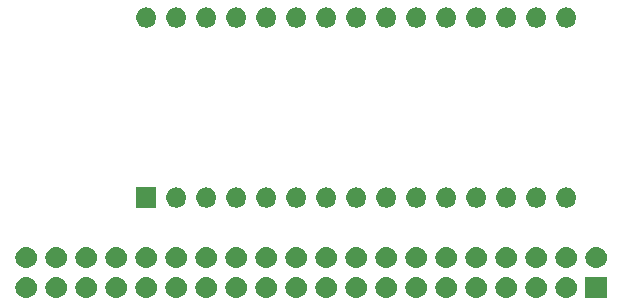
<source format=gbr>
G04 #@! TF.GenerationSoftware,KiCad,Pcbnew,(5.1.0-0)*
G04 #@! TF.CreationDate,2019-11-12T18:04:14-08:00*
G04 #@! TF.ProjectId,ArduinoSerialCard,41726475-696e-46f5-9365-7269616c4361,rev?*
G04 #@! TF.SameCoordinates,Original*
G04 #@! TF.FileFunction,Soldermask,Bot*
G04 #@! TF.FilePolarity,Negative*
%FSLAX46Y46*%
G04 Gerber Fmt 4.6, Leading zero omitted, Abs format (unit mm)*
G04 Created by KiCad (PCBNEW (5.1.0-0)) date 2019-11-12 18:04:14*
%MOMM*%
%LPD*%
G04 APERTURE LIST*
%ADD10C,0.100000*%
G04 APERTURE END LIST*
D10*
G36*
X186321000Y-82181000D02*
G01*
X184519000Y-82181000D01*
X184519000Y-80379000D01*
X186321000Y-80379000D01*
X186321000Y-82181000D01*
X186321000Y-82181000D01*
G37*
G36*
X182990442Y-80385518D02*
G01*
X183056627Y-80392037D01*
X183226466Y-80443557D01*
X183382991Y-80527222D01*
X183418729Y-80556552D01*
X183520186Y-80639814D01*
X183603448Y-80741271D01*
X183632778Y-80777009D01*
X183716443Y-80933534D01*
X183767963Y-81103373D01*
X183785359Y-81280000D01*
X183767963Y-81456627D01*
X183716443Y-81626466D01*
X183632778Y-81782991D01*
X183603448Y-81818729D01*
X183520186Y-81920186D01*
X183418729Y-82003448D01*
X183382991Y-82032778D01*
X183226466Y-82116443D01*
X183056627Y-82167963D01*
X182990443Y-82174481D01*
X182924260Y-82181000D01*
X182835740Y-82181000D01*
X182769557Y-82174481D01*
X182703373Y-82167963D01*
X182533534Y-82116443D01*
X182377009Y-82032778D01*
X182341271Y-82003448D01*
X182239814Y-81920186D01*
X182156552Y-81818729D01*
X182127222Y-81782991D01*
X182043557Y-81626466D01*
X181992037Y-81456627D01*
X181974641Y-81280000D01*
X181992037Y-81103373D01*
X182043557Y-80933534D01*
X182127222Y-80777009D01*
X182156552Y-80741271D01*
X182239814Y-80639814D01*
X182341271Y-80556552D01*
X182377009Y-80527222D01*
X182533534Y-80443557D01*
X182703373Y-80392037D01*
X182769558Y-80385518D01*
X182835740Y-80379000D01*
X182924260Y-80379000D01*
X182990442Y-80385518D01*
X182990442Y-80385518D01*
G37*
G36*
X180450442Y-80385518D02*
G01*
X180516627Y-80392037D01*
X180686466Y-80443557D01*
X180842991Y-80527222D01*
X180878729Y-80556552D01*
X180980186Y-80639814D01*
X181063448Y-80741271D01*
X181092778Y-80777009D01*
X181176443Y-80933534D01*
X181227963Y-81103373D01*
X181245359Y-81280000D01*
X181227963Y-81456627D01*
X181176443Y-81626466D01*
X181092778Y-81782991D01*
X181063448Y-81818729D01*
X180980186Y-81920186D01*
X180878729Y-82003448D01*
X180842991Y-82032778D01*
X180686466Y-82116443D01*
X180516627Y-82167963D01*
X180450443Y-82174481D01*
X180384260Y-82181000D01*
X180295740Y-82181000D01*
X180229557Y-82174481D01*
X180163373Y-82167963D01*
X179993534Y-82116443D01*
X179837009Y-82032778D01*
X179801271Y-82003448D01*
X179699814Y-81920186D01*
X179616552Y-81818729D01*
X179587222Y-81782991D01*
X179503557Y-81626466D01*
X179452037Y-81456627D01*
X179434641Y-81280000D01*
X179452037Y-81103373D01*
X179503557Y-80933534D01*
X179587222Y-80777009D01*
X179616552Y-80741271D01*
X179699814Y-80639814D01*
X179801271Y-80556552D01*
X179837009Y-80527222D01*
X179993534Y-80443557D01*
X180163373Y-80392037D01*
X180229558Y-80385518D01*
X180295740Y-80379000D01*
X180384260Y-80379000D01*
X180450442Y-80385518D01*
X180450442Y-80385518D01*
G37*
G36*
X177910442Y-80385518D02*
G01*
X177976627Y-80392037D01*
X178146466Y-80443557D01*
X178302991Y-80527222D01*
X178338729Y-80556552D01*
X178440186Y-80639814D01*
X178523448Y-80741271D01*
X178552778Y-80777009D01*
X178636443Y-80933534D01*
X178687963Y-81103373D01*
X178705359Y-81280000D01*
X178687963Y-81456627D01*
X178636443Y-81626466D01*
X178552778Y-81782991D01*
X178523448Y-81818729D01*
X178440186Y-81920186D01*
X178338729Y-82003448D01*
X178302991Y-82032778D01*
X178146466Y-82116443D01*
X177976627Y-82167963D01*
X177910443Y-82174481D01*
X177844260Y-82181000D01*
X177755740Y-82181000D01*
X177689557Y-82174481D01*
X177623373Y-82167963D01*
X177453534Y-82116443D01*
X177297009Y-82032778D01*
X177261271Y-82003448D01*
X177159814Y-81920186D01*
X177076552Y-81818729D01*
X177047222Y-81782991D01*
X176963557Y-81626466D01*
X176912037Y-81456627D01*
X176894641Y-81280000D01*
X176912037Y-81103373D01*
X176963557Y-80933534D01*
X177047222Y-80777009D01*
X177076552Y-80741271D01*
X177159814Y-80639814D01*
X177261271Y-80556552D01*
X177297009Y-80527222D01*
X177453534Y-80443557D01*
X177623373Y-80392037D01*
X177689558Y-80385518D01*
X177755740Y-80379000D01*
X177844260Y-80379000D01*
X177910442Y-80385518D01*
X177910442Y-80385518D01*
G37*
G36*
X175370442Y-80385518D02*
G01*
X175436627Y-80392037D01*
X175606466Y-80443557D01*
X175762991Y-80527222D01*
X175798729Y-80556552D01*
X175900186Y-80639814D01*
X175983448Y-80741271D01*
X176012778Y-80777009D01*
X176096443Y-80933534D01*
X176147963Y-81103373D01*
X176165359Y-81280000D01*
X176147963Y-81456627D01*
X176096443Y-81626466D01*
X176012778Y-81782991D01*
X175983448Y-81818729D01*
X175900186Y-81920186D01*
X175798729Y-82003448D01*
X175762991Y-82032778D01*
X175606466Y-82116443D01*
X175436627Y-82167963D01*
X175370443Y-82174481D01*
X175304260Y-82181000D01*
X175215740Y-82181000D01*
X175149557Y-82174481D01*
X175083373Y-82167963D01*
X174913534Y-82116443D01*
X174757009Y-82032778D01*
X174721271Y-82003448D01*
X174619814Y-81920186D01*
X174536552Y-81818729D01*
X174507222Y-81782991D01*
X174423557Y-81626466D01*
X174372037Y-81456627D01*
X174354641Y-81280000D01*
X174372037Y-81103373D01*
X174423557Y-80933534D01*
X174507222Y-80777009D01*
X174536552Y-80741271D01*
X174619814Y-80639814D01*
X174721271Y-80556552D01*
X174757009Y-80527222D01*
X174913534Y-80443557D01*
X175083373Y-80392037D01*
X175149558Y-80385518D01*
X175215740Y-80379000D01*
X175304260Y-80379000D01*
X175370442Y-80385518D01*
X175370442Y-80385518D01*
G37*
G36*
X172830442Y-80385518D02*
G01*
X172896627Y-80392037D01*
X173066466Y-80443557D01*
X173222991Y-80527222D01*
X173258729Y-80556552D01*
X173360186Y-80639814D01*
X173443448Y-80741271D01*
X173472778Y-80777009D01*
X173556443Y-80933534D01*
X173607963Y-81103373D01*
X173625359Y-81280000D01*
X173607963Y-81456627D01*
X173556443Y-81626466D01*
X173472778Y-81782991D01*
X173443448Y-81818729D01*
X173360186Y-81920186D01*
X173258729Y-82003448D01*
X173222991Y-82032778D01*
X173066466Y-82116443D01*
X172896627Y-82167963D01*
X172830443Y-82174481D01*
X172764260Y-82181000D01*
X172675740Y-82181000D01*
X172609557Y-82174481D01*
X172543373Y-82167963D01*
X172373534Y-82116443D01*
X172217009Y-82032778D01*
X172181271Y-82003448D01*
X172079814Y-81920186D01*
X171996552Y-81818729D01*
X171967222Y-81782991D01*
X171883557Y-81626466D01*
X171832037Y-81456627D01*
X171814641Y-81280000D01*
X171832037Y-81103373D01*
X171883557Y-80933534D01*
X171967222Y-80777009D01*
X171996552Y-80741271D01*
X172079814Y-80639814D01*
X172181271Y-80556552D01*
X172217009Y-80527222D01*
X172373534Y-80443557D01*
X172543373Y-80392037D01*
X172609558Y-80385518D01*
X172675740Y-80379000D01*
X172764260Y-80379000D01*
X172830442Y-80385518D01*
X172830442Y-80385518D01*
G37*
G36*
X170290442Y-80385518D02*
G01*
X170356627Y-80392037D01*
X170526466Y-80443557D01*
X170682991Y-80527222D01*
X170718729Y-80556552D01*
X170820186Y-80639814D01*
X170903448Y-80741271D01*
X170932778Y-80777009D01*
X171016443Y-80933534D01*
X171067963Y-81103373D01*
X171085359Y-81280000D01*
X171067963Y-81456627D01*
X171016443Y-81626466D01*
X170932778Y-81782991D01*
X170903448Y-81818729D01*
X170820186Y-81920186D01*
X170718729Y-82003448D01*
X170682991Y-82032778D01*
X170526466Y-82116443D01*
X170356627Y-82167963D01*
X170290443Y-82174481D01*
X170224260Y-82181000D01*
X170135740Y-82181000D01*
X170069557Y-82174481D01*
X170003373Y-82167963D01*
X169833534Y-82116443D01*
X169677009Y-82032778D01*
X169641271Y-82003448D01*
X169539814Y-81920186D01*
X169456552Y-81818729D01*
X169427222Y-81782991D01*
X169343557Y-81626466D01*
X169292037Y-81456627D01*
X169274641Y-81280000D01*
X169292037Y-81103373D01*
X169343557Y-80933534D01*
X169427222Y-80777009D01*
X169456552Y-80741271D01*
X169539814Y-80639814D01*
X169641271Y-80556552D01*
X169677009Y-80527222D01*
X169833534Y-80443557D01*
X170003373Y-80392037D01*
X170069558Y-80385518D01*
X170135740Y-80379000D01*
X170224260Y-80379000D01*
X170290442Y-80385518D01*
X170290442Y-80385518D01*
G37*
G36*
X167750442Y-80385518D02*
G01*
X167816627Y-80392037D01*
X167986466Y-80443557D01*
X168142991Y-80527222D01*
X168178729Y-80556552D01*
X168280186Y-80639814D01*
X168363448Y-80741271D01*
X168392778Y-80777009D01*
X168476443Y-80933534D01*
X168527963Y-81103373D01*
X168545359Y-81280000D01*
X168527963Y-81456627D01*
X168476443Y-81626466D01*
X168392778Y-81782991D01*
X168363448Y-81818729D01*
X168280186Y-81920186D01*
X168178729Y-82003448D01*
X168142991Y-82032778D01*
X167986466Y-82116443D01*
X167816627Y-82167963D01*
X167750443Y-82174481D01*
X167684260Y-82181000D01*
X167595740Y-82181000D01*
X167529557Y-82174481D01*
X167463373Y-82167963D01*
X167293534Y-82116443D01*
X167137009Y-82032778D01*
X167101271Y-82003448D01*
X166999814Y-81920186D01*
X166916552Y-81818729D01*
X166887222Y-81782991D01*
X166803557Y-81626466D01*
X166752037Y-81456627D01*
X166734641Y-81280000D01*
X166752037Y-81103373D01*
X166803557Y-80933534D01*
X166887222Y-80777009D01*
X166916552Y-80741271D01*
X166999814Y-80639814D01*
X167101271Y-80556552D01*
X167137009Y-80527222D01*
X167293534Y-80443557D01*
X167463373Y-80392037D01*
X167529558Y-80385518D01*
X167595740Y-80379000D01*
X167684260Y-80379000D01*
X167750442Y-80385518D01*
X167750442Y-80385518D01*
G37*
G36*
X165210442Y-80385518D02*
G01*
X165276627Y-80392037D01*
X165446466Y-80443557D01*
X165602991Y-80527222D01*
X165638729Y-80556552D01*
X165740186Y-80639814D01*
X165823448Y-80741271D01*
X165852778Y-80777009D01*
X165936443Y-80933534D01*
X165987963Y-81103373D01*
X166005359Y-81280000D01*
X165987963Y-81456627D01*
X165936443Y-81626466D01*
X165852778Y-81782991D01*
X165823448Y-81818729D01*
X165740186Y-81920186D01*
X165638729Y-82003448D01*
X165602991Y-82032778D01*
X165446466Y-82116443D01*
X165276627Y-82167963D01*
X165210443Y-82174481D01*
X165144260Y-82181000D01*
X165055740Y-82181000D01*
X164989557Y-82174481D01*
X164923373Y-82167963D01*
X164753534Y-82116443D01*
X164597009Y-82032778D01*
X164561271Y-82003448D01*
X164459814Y-81920186D01*
X164376552Y-81818729D01*
X164347222Y-81782991D01*
X164263557Y-81626466D01*
X164212037Y-81456627D01*
X164194641Y-81280000D01*
X164212037Y-81103373D01*
X164263557Y-80933534D01*
X164347222Y-80777009D01*
X164376552Y-80741271D01*
X164459814Y-80639814D01*
X164561271Y-80556552D01*
X164597009Y-80527222D01*
X164753534Y-80443557D01*
X164923373Y-80392037D01*
X164989558Y-80385518D01*
X165055740Y-80379000D01*
X165144260Y-80379000D01*
X165210442Y-80385518D01*
X165210442Y-80385518D01*
G37*
G36*
X162670442Y-80385518D02*
G01*
X162736627Y-80392037D01*
X162906466Y-80443557D01*
X163062991Y-80527222D01*
X163098729Y-80556552D01*
X163200186Y-80639814D01*
X163283448Y-80741271D01*
X163312778Y-80777009D01*
X163396443Y-80933534D01*
X163447963Y-81103373D01*
X163465359Y-81280000D01*
X163447963Y-81456627D01*
X163396443Y-81626466D01*
X163312778Y-81782991D01*
X163283448Y-81818729D01*
X163200186Y-81920186D01*
X163098729Y-82003448D01*
X163062991Y-82032778D01*
X162906466Y-82116443D01*
X162736627Y-82167963D01*
X162670443Y-82174481D01*
X162604260Y-82181000D01*
X162515740Y-82181000D01*
X162449557Y-82174481D01*
X162383373Y-82167963D01*
X162213534Y-82116443D01*
X162057009Y-82032778D01*
X162021271Y-82003448D01*
X161919814Y-81920186D01*
X161836552Y-81818729D01*
X161807222Y-81782991D01*
X161723557Y-81626466D01*
X161672037Y-81456627D01*
X161654641Y-81280000D01*
X161672037Y-81103373D01*
X161723557Y-80933534D01*
X161807222Y-80777009D01*
X161836552Y-80741271D01*
X161919814Y-80639814D01*
X162021271Y-80556552D01*
X162057009Y-80527222D01*
X162213534Y-80443557D01*
X162383373Y-80392037D01*
X162449558Y-80385518D01*
X162515740Y-80379000D01*
X162604260Y-80379000D01*
X162670442Y-80385518D01*
X162670442Y-80385518D01*
G37*
G36*
X160130442Y-80385518D02*
G01*
X160196627Y-80392037D01*
X160366466Y-80443557D01*
X160522991Y-80527222D01*
X160558729Y-80556552D01*
X160660186Y-80639814D01*
X160743448Y-80741271D01*
X160772778Y-80777009D01*
X160856443Y-80933534D01*
X160907963Y-81103373D01*
X160925359Y-81280000D01*
X160907963Y-81456627D01*
X160856443Y-81626466D01*
X160772778Y-81782991D01*
X160743448Y-81818729D01*
X160660186Y-81920186D01*
X160558729Y-82003448D01*
X160522991Y-82032778D01*
X160366466Y-82116443D01*
X160196627Y-82167963D01*
X160130443Y-82174481D01*
X160064260Y-82181000D01*
X159975740Y-82181000D01*
X159909557Y-82174481D01*
X159843373Y-82167963D01*
X159673534Y-82116443D01*
X159517009Y-82032778D01*
X159481271Y-82003448D01*
X159379814Y-81920186D01*
X159296552Y-81818729D01*
X159267222Y-81782991D01*
X159183557Y-81626466D01*
X159132037Y-81456627D01*
X159114641Y-81280000D01*
X159132037Y-81103373D01*
X159183557Y-80933534D01*
X159267222Y-80777009D01*
X159296552Y-80741271D01*
X159379814Y-80639814D01*
X159481271Y-80556552D01*
X159517009Y-80527222D01*
X159673534Y-80443557D01*
X159843373Y-80392037D01*
X159909558Y-80385518D01*
X159975740Y-80379000D01*
X160064260Y-80379000D01*
X160130442Y-80385518D01*
X160130442Y-80385518D01*
G37*
G36*
X157590442Y-80385518D02*
G01*
X157656627Y-80392037D01*
X157826466Y-80443557D01*
X157982991Y-80527222D01*
X158018729Y-80556552D01*
X158120186Y-80639814D01*
X158203448Y-80741271D01*
X158232778Y-80777009D01*
X158316443Y-80933534D01*
X158367963Y-81103373D01*
X158385359Y-81280000D01*
X158367963Y-81456627D01*
X158316443Y-81626466D01*
X158232778Y-81782991D01*
X158203448Y-81818729D01*
X158120186Y-81920186D01*
X158018729Y-82003448D01*
X157982991Y-82032778D01*
X157826466Y-82116443D01*
X157656627Y-82167963D01*
X157590443Y-82174481D01*
X157524260Y-82181000D01*
X157435740Y-82181000D01*
X157369557Y-82174481D01*
X157303373Y-82167963D01*
X157133534Y-82116443D01*
X156977009Y-82032778D01*
X156941271Y-82003448D01*
X156839814Y-81920186D01*
X156756552Y-81818729D01*
X156727222Y-81782991D01*
X156643557Y-81626466D01*
X156592037Y-81456627D01*
X156574641Y-81280000D01*
X156592037Y-81103373D01*
X156643557Y-80933534D01*
X156727222Y-80777009D01*
X156756552Y-80741271D01*
X156839814Y-80639814D01*
X156941271Y-80556552D01*
X156977009Y-80527222D01*
X157133534Y-80443557D01*
X157303373Y-80392037D01*
X157369558Y-80385518D01*
X157435740Y-80379000D01*
X157524260Y-80379000D01*
X157590442Y-80385518D01*
X157590442Y-80385518D01*
G37*
G36*
X155050442Y-80385518D02*
G01*
X155116627Y-80392037D01*
X155286466Y-80443557D01*
X155442991Y-80527222D01*
X155478729Y-80556552D01*
X155580186Y-80639814D01*
X155663448Y-80741271D01*
X155692778Y-80777009D01*
X155776443Y-80933534D01*
X155827963Y-81103373D01*
X155845359Y-81280000D01*
X155827963Y-81456627D01*
X155776443Y-81626466D01*
X155692778Y-81782991D01*
X155663448Y-81818729D01*
X155580186Y-81920186D01*
X155478729Y-82003448D01*
X155442991Y-82032778D01*
X155286466Y-82116443D01*
X155116627Y-82167963D01*
X155050443Y-82174481D01*
X154984260Y-82181000D01*
X154895740Y-82181000D01*
X154829557Y-82174481D01*
X154763373Y-82167963D01*
X154593534Y-82116443D01*
X154437009Y-82032778D01*
X154401271Y-82003448D01*
X154299814Y-81920186D01*
X154216552Y-81818729D01*
X154187222Y-81782991D01*
X154103557Y-81626466D01*
X154052037Y-81456627D01*
X154034641Y-81280000D01*
X154052037Y-81103373D01*
X154103557Y-80933534D01*
X154187222Y-80777009D01*
X154216552Y-80741271D01*
X154299814Y-80639814D01*
X154401271Y-80556552D01*
X154437009Y-80527222D01*
X154593534Y-80443557D01*
X154763373Y-80392037D01*
X154829558Y-80385518D01*
X154895740Y-80379000D01*
X154984260Y-80379000D01*
X155050442Y-80385518D01*
X155050442Y-80385518D01*
G37*
G36*
X152510442Y-80385518D02*
G01*
X152576627Y-80392037D01*
X152746466Y-80443557D01*
X152902991Y-80527222D01*
X152938729Y-80556552D01*
X153040186Y-80639814D01*
X153123448Y-80741271D01*
X153152778Y-80777009D01*
X153236443Y-80933534D01*
X153287963Y-81103373D01*
X153305359Y-81280000D01*
X153287963Y-81456627D01*
X153236443Y-81626466D01*
X153152778Y-81782991D01*
X153123448Y-81818729D01*
X153040186Y-81920186D01*
X152938729Y-82003448D01*
X152902991Y-82032778D01*
X152746466Y-82116443D01*
X152576627Y-82167963D01*
X152510443Y-82174481D01*
X152444260Y-82181000D01*
X152355740Y-82181000D01*
X152289557Y-82174481D01*
X152223373Y-82167963D01*
X152053534Y-82116443D01*
X151897009Y-82032778D01*
X151861271Y-82003448D01*
X151759814Y-81920186D01*
X151676552Y-81818729D01*
X151647222Y-81782991D01*
X151563557Y-81626466D01*
X151512037Y-81456627D01*
X151494641Y-81280000D01*
X151512037Y-81103373D01*
X151563557Y-80933534D01*
X151647222Y-80777009D01*
X151676552Y-80741271D01*
X151759814Y-80639814D01*
X151861271Y-80556552D01*
X151897009Y-80527222D01*
X152053534Y-80443557D01*
X152223373Y-80392037D01*
X152289558Y-80385518D01*
X152355740Y-80379000D01*
X152444260Y-80379000D01*
X152510442Y-80385518D01*
X152510442Y-80385518D01*
G37*
G36*
X149970442Y-80385518D02*
G01*
X150036627Y-80392037D01*
X150206466Y-80443557D01*
X150362991Y-80527222D01*
X150398729Y-80556552D01*
X150500186Y-80639814D01*
X150583448Y-80741271D01*
X150612778Y-80777009D01*
X150696443Y-80933534D01*
X150747963Y-81103373D01*
X150765359Y-81280000D01*
X150747963Y-81456627D01*
X150696443Y-81626466D01*
X150612778Y-81782991D01*
X150583448Y-81818729D01*
X150500186Y-81920186D01*
X150398729Y-82003448D01*
X150362991Y-82032778D01*
X150206466Y-82116443D01*
X150036627Y-82167963D01*
X149970443Y-82174481D01*
X149904260Y-82181000D01*
X149815740Y-82181000D01*
X149749557Y-82174481D01*
X149683373Y-82167963D01*
X149513534Y-82116443D01*
X149357009Y-82032778D01*
X149321271Y-82003448D01*
X149219814Y-81920186D01*
X149136552Y-81818729D01*
X149107222Y-81782991D01*
X149023557Y-81626466D01*
X148972037Y-81456627D01*
X148954641Y-81280000D01*
X148972037Y-81103373D01*
X149023557Y-80933534D01*
X149107222Y-80777009D01*
X149136552Y-80741271D01*
X149219814Y-80639814D01*
X149321271Y-80556552D01*
X149357009Y-80527222D01*
X149513534Y-80443557D01*
X149683373Y-80392037D01*
X149749558Y-80385518D01*
X149815740Y-80379000D01*
X149904260Y-80379000D01*
X149970442Y-80385518D01*
X149970442Y-80385518D01*
G37*
G36*
X147430442Y-80385518D02*
G01*
X147496627Y-80392037D01*
X147666466Y-80443557D01*
X147822991Y-80527222D01*
X147858729Y-80556552D01*
X147960186Y-80639814D01*
X148043448Y-80741271D01*
X148072778Y-80777009D01*
X148156443Y-80933534D01*
X148207963Y-81103373D01*
X148225359Y-81280000D01*
X148207963Y-81456627D01*
X148156443Y-81626466D01*
X148072778Y-81782991D01*
X148043448Y-81818729D01*
X147960186Y-81920186D01*
X147858729Y-82003448D01*
X147822991Y-82032778D01*
X147666466Y-82116443D01*
X147496627Y-82167963D01*
X147430443Y-82174481D01*
X147364260Y-82181000D01*
X147275740Y-82181000D01*
X147209557Y-82174481D01*
X147143373Y-82167963D01*
X146973534Y-82116443D01*
X146817009Y-82032778D01*
X146781271Y-82003448D01*
X146679814Y-81920186D01*
X146596552Y-81818729D01*
X146567222Y-81782991D01*
X146483557Y-81626466D01*
X146432037Y-81456627D01*
X146414641Y-81280000D01*
X146432037Y-81103373D01*
X146483557Y-80933534D01*
X146567222Y-80777009D01*
X146596552Y-80741271D01*
X146679814Y-80639814D01*
X146781271Y-80556552D01*
X146817009Y-80527222D01*
X146973534Y-80443557D01*
X147143373Y-80392037D01*
X147209558Y-80385518D01*
X147275740Y-80379000D01*
X147364260Y-80379000D01*
X147430442Y-80385518D01*
X147430442Y-80385518D01*
G37*
G36*
X144890442Y-80385518D02*
G01*
X144956627Y-80392037D01*
X145126466Y-80443557D01*
X145282991Y-80527222D01*
X145318729Y-80556552D01*
X145420186Y-80639814D01*
X145503448Y-80741271D01*
X145532778Y-80777009D01*
X145616443Y-80933534D01*
X145667963Y-81103373D01*
X145685359Y-81280000D01*
X145667963Y-81456627D01*
X145616443Y-81626466D01*
X145532778Y-81782991D01*
X145503448Y-81818729D01*
X145420186Y-81920186D01*
X145318729Y-82003448D01*
X145282991Y-82032778D01*
X145126466Y-82116443D01*
X144956627Y-82167963D01*
X144890443Y-82174481D01*
X144824260Y-82181000D01*
X144735740Y-82181000D01*
X144669557Y-82174481D01*
X144603373Y-82167963D01*
X144433534Y-82116443D01*
X144277009Y-82032778D01*
X144241271Y-82003448D01*
X144139814Y-81920186D01*
X144056552Y-81818729D01*
X144027222Y-81782991D01*
X143943557Y-81626466D01*
X143892037Y-81456627D01*
X143874641Y-81280000D01*
X143892037Y-81103373D01*
X143943557Y-80933534D01*
X144027222Y-80777009D01*
X144056552Y-80741271D01*
X144139814Y-80639814D01*
X144241271Y-80556552D01*
X144277009Y-80527222D01*
X144433534Y-80443557D01*
X144603373Y-80392037D01*
X144669558Y-80385518D01*
X144735740Y-80379000D01*
X144824260Y-80379000D01*
X144890442Y-80385518D01*
X144890442Y-80385518D01*
G37*
G36*
X142350442Y-80385518D02*
G01*
X142416627Y-80392037D01*
X142586466Y-80443557D01*
X142742991Y-80527222D01*
X142778729Y-80556552D01*
X142880186Y-80639814D01*
X142963448Y-80741271D01*
X142992778Y-80777009D01*
X143076443Y-80933534D01*
X143127963Y-81103373D01*
X143145359Y-81280000D01*
X143127963Y-81456627D01*
X143076443Y-81626466D01*
X142992778Y-81782991D01*
X142963448Y-81818729D01*
X142880186Y-81920186D01*
X142778729Y-82003448D01*
X142742991Y-82032778D01*
X142586466Y-82116443D01*
X142416627Y-82167963D01*
X142350443Y-82174481D01*
X142284260Y-82181000D01*
X142195740Y-82181000D01*
X142129557Y-82174481D01*
X142063373Y-82167963D01*
X141893534Y-82116443D01*
X141737009Y-82032778D01*
X141701271Y-82003448D01*
X141599814Y-81920186D01*
X141516552Y-81818729D01*
X141487222Y-81782991D01*
X141403557Y-81626466D01*
X141352037Y-81456627D01*
X141334641Y-81280000D01*
X141352037Y-81103373D01*
X141403557Y-80933534D01*
X141487222Y-80777009D01*
X141516552Y-80741271D01*
X141599814Y-80639814D01*
X141701271Y-80556552D01*
X141737009Y-80527222D01*
X141893534Y-80443557D01*
X142063373Y-80392037D01*
X142129558Y-80385518D01*
X142195740Y-80379000D01*
X142284260Y-80379000D01*
X142350442Y-80385518D01*
X142350442Y-80385518D01*
G37*
G36*
X139810442Y-80385518D02*
G01*
X139876627Y-80392037D01*
X140046466Y-80443557D01*
X140202991Y-80527222D01*
X140238729Y-80556552D01*
X140340186Y-80639814D01*
X140423448Y-80741271D01*
X140452778Y-80777009D01*
X140536443Y-80933534D01*
X140587963Y-81103373D01*
X140605359Y-81280000D01*
X140587963Y-81456627D01*
X140536443Y-81626466D01*
X140452778Y-81782991D01*
X140423448Y-81818729D01*
X140340186Y-81920186D01*
X140238729Y-82003448D01*
X140202991Y-82032778D01*
X140046466Y-82116443D01*
X139876627Y-82167963D01*
X139810443Y-82174481D01*
X139744260Y-82181000D01*
X139655740Y-82181000D01*
X139589557Y-82174481D01*
X139523373Y-82167963D01*
X139353534Y-82116443D01*
X139197009Y-82032778D01*
X139161271Y-82003448D01*
X139059814Y-81920186D01*
X138976552Y-81818729D01*
X138947222Y-81782991D01*
X138863557Y-81626466D01*
X138812037Y-81456627D01*
X138794641Y-81280000D01*
X138812037Y-81103373D01*
X138863557Y-80933534D01*
X138947222Y-80777009D01*
X138976552Y-80741271D01*
X139059814Y-80639814D01*
X139161271Y-80556552D01*
X139197009Y-80527222D01*
X139353534Y-80443557D01*
X139523373Y-80392037D01*
X139589558Y-80385518D01*
X139655740Y-80379000D01*
X139744260Y-80379000D01*
X139810442Y-80385518D01*
X139810442Y-80385518D01*
G37*
G36*
X137270442Y-80385518D02*
G01*
X137336627Y-80392037D01*
X137506466Y-80443557D01*
X137662991Y-80527222D01*
X137698729Y-80556552D01*
X137800186Y-80639814D01*
X137883448Y-80741271D01*
X137912778Y-80777009D01*
X137996443Y-80933534D01*
X138047963Y-81103373D01*
X138065359Y-81280000D01*
X138047963Y-81456627D01*
X137996443Y-81626466D01*
X137912778Y-81782991D01*
X137883448Y-81818729D01*
X137800186Y-81920186D01*
X137698729Y-82003448D01*
X137662991Y-82032778D01*
X137506466Y-82116443D01*
X137336627Y-82167963D01*
X137270443Y-82174481D01*
X137204260Y-82181000D01*
X137115740Y-82181000D01*
X137049557Y-82174481D01*
X136983373Y-82167963D01*
X136813534Y-82116443D01*
X136657009Y-82032778D01*
X136621271Y-82003448D01*
X136519814Y-81920186D01*
X136436552Y-81818729D01*
X136407222Y-81782991D01*
X136323557Y-81626466D01*
X136272037Y-81456627D01*
X136254641Y-81280000D01*
X136272037Y-81103373D01*
X136323557Y-80933534D01*
X136407222Y-80777009D01*
X136436552Y-80741271D01*
X136519814Y-80639814D01*
X136621271Y-80556552D01*
X136657009Y-80527222D01*
X136813534Y-80443557D01*
X136983373Y-80392037D01*
X137049558Y-80385518D01*
X137115740Y-80379000D01*
X137204260Y-80379000D01*
X137270442Y-80385518D01*
X137270442Y-80385518D01*
G37*
G36*
X137270443Y-77845519D02*
G01*
X137336627Y-77852037D01*
X137506466Y-77903557D01*
X137662991Y-77987222D01*
X137698729Y-78016552D01*
X137800186Y-78099814D01*
X137883448Y-78201271D01*
X137912778Y-78237009D01*
X137996443Y-78393534D01*
X138047963Y-78563373D01*
X138065359Y-78740000D01*
X138047963Y-78916627D01*
X137996443Y-79086466D01*
X137912778Y-79242991D01*
X137883448Y-79278729D01*
X137800186Y-79380186D01*
X137698729Y-79463448D01*
X137662991Y-79492778D01*
X137506466Y-79576443D01*
X137336627Y-79627963D01*
X137270442Y-79634482D01*
X137204260Y-79641000D01*
X137115740Y-79641000D01*
X137049558Y-79634482D01*
X136983373Y-79627963D01*
X136813534Y-79576443D01*
X136657009Y-79492778D01*
X136621271Y-79463448D01*
X136519814Y-79380186D01*
X136436552Y-79278729D01*
X136407222Y-79242991D01*
X136323557Y-79086466D01*
X136272037Y-78916627D01*
X136254641Y-78740000D01*
X136272037Y-78563373D01*
X136323557Y-78393534D01*
X136407222Y-78237009D01*
X136436552Y-78201271D01*
X136519814Y-78099814D01*
X136621271Y-78016552D01*
X136657009Y-77987222D01*
X136813534Y-77903557D01*
X136983373Y-77852037D01*
X137049557Y-77845519D01*
X137115740Y-77839000D01*
X137204260Y-77839000D01*
X137270443Y-77845519D01*
X137270443Y-77845519D01*
G37*
G36*
X162670443Y-77845519D02*
G01*
X162736627Y-77852037D01*
X162906466Y-77903557D01*
X163062991Y-77987222D01*
X163098729Y-78016552D01*
X163200186Y-78099814D01*
X163283448Y-78201271D01*
X163312778Y-78237009D01*
X163396443Y-78393534D01*
X163447963Y-78563373D01*
X163465359Y-78740000D01*
X163447963Y-78916627D01*
X163396443Y-79086466D01*
X163312778Y-79242991D01*
X163283448Y-79278729D01*
X163200186Y-79380186D01*
X163098729Y-79463448D01*
X163062991Y-79492778D01*
X162906466Y-79576443D01*
X162736627Y-79627963D01*
X162670442Y-79634482D01*
X162604260Y-79641000D01*
X162515740Y-79641000D01*
X162449558Y-79634482D01*
X162383373Y-79627963D01*
X162213534Y-79576443D01*
X162057009Y-79492778D01*
X162021271Y-79463448D01*
X161919814Y-79380186D01*
X161836552Y-79278729D01*
X161807222Y-79242991D01*
X161723557Y-79086466D01*
X161672037Y-78916627D01*
X161654641Y-78740000D01*
X161672037Y-78563373D01*
X161723557Y-78393534D01*
X161807222Y-78237009D01*
X161836552Y-78201271D01*
X161919814Y-78099814D01*
X162021271Y-78016552D01*
X162057009Y-77987222D01*
X162213534Y-77903557D01*
X162383373Y-77852037D01*
X162449557Y-77845519D01*
X162515740Y-77839000D01*
X162604260Y-77839000D01*
X162670443Y-77845519D01*
X162670443Y-77845519D01*
G37*
G36*
X185530443Y-77845519D02*
G01*
X185596627Y-77852037D01*
X185766466Y-77903557D01*
X185922991Y-77987222D01*
X185958729Y-78016552D01*
X186060186Y-78099814D01*
X186143448Y-78201271D01*
X186172778Y-78237009D01*
X186256443Y-78393534D01*
X186307963Y-78563373D01*
X186325359Y-78740000D01*
X186307963Y-78916627D01*
X186256443Y-79086466D01*
X186172778Y-79242991D01*
X186143448Y-79278729D01*
X186060186Y-79380186D01*
X185958729Y-79463448D01*
X185922991Y-79492778D01*
X185766466Y-79576443D01*
X185596627Y-79627963D01*
X185530442Y-79634482D01*
X185464260Y-79641000D01*
X185375740Y-79641000D01*
X185309558Y-79634482D01*
X185243373Y-79627963D01*
X185073534Y-79576443D01*
X184917009Y-79492778D01*
X184881271Y-79463448D01*
X184779814Y-79380186D01*
X184696552Y-79278729D01*
X184667222Y-79242991D01*
X184583557Y-79086466D01*
X184532037Y-78916627D01*
X184514641Y-78740000D01*
X184532037Y-78563373D01*
X184583557Y-78393534D01*
X184667222Y-78237009D01*
X184696552Y-78201271D01*
X184779814Y-78099814D01*
X184881271Y-78016552D01*
X184917009Y-77987222D01*
X185073534Y-77903557D01*
X185243373Y-77852037D01*
X185309557Y-77845519D01*
X185375740Y-77839000D01*
X185464260Y-77839000D01*
X185530443Y-77845519D01*
X185530443Y-77845519D01*
G37*
G36*
X182990443Y-77845519D02*
G01*
X183056627Y-77852037D01*
X183226466Y-77903557D01*
X183382991Y-77987222D01*
X183418729Y-78016552D01*
X183520186Y-78099814D01*
X183603448Y-78201271D01*
X183632778Y-78237009D01*
X183716443Y-78393534D01*
X183767963Y-78563373D01*
X183785359Y-78740000D01*
X183767963Y-78916627D01*
X183716443Y-79086466D01*
X183632778Y-79242991D01*
X183603448Y-79278729D01*
X183520186Y-79380186D01*
X183418729Y-79463448D01*
X183382991Y-79492778D01*
X183226466Y-79576443D01*
X183056627Y-79627963D01*
X182990442Y-79634482D01*
X182924260Y-79641000D01*
X182835740Y-79641000D01*
X182769558Y-79634482D01*
X182703373Y-79627963D01*
X182533534Y-79576443D01*
X182377009Y-79492778D01*
X182341271Y-79463448D01*
X182239814Y-79380186D01*
X182156552Y-79278729D01*
X182127222Y-79242991D01*
X182043557Y-79086466D01*
X181992037Y-78916627D01*
X181974641Y-78740000D01*
X181992037Y-78563373D01*
X182043557Y-78393534D01*
X182127222Y-78237009D01*
X182156552Y-78201271D01*
X182239814Y-78099814D01*
X182341271Y-78016552D01*
X182377009Y-77987222D01*
X182533534Y-77903557D01*
X182703373Y-77852037D01*
X182769557Y-77845519D01*
X182835740Y-77839000D01*
X182924260Y-77839000D01*
X182990443Y-77845519D01*
X182990443Y-77845519D01*
G37*
G36*
X180450443Y-77845519D02*
G01*
X180516627Y-77852037D01*
X180686466Y-77903557D01*
X180842991Y-77987222D01*
X180878729Y-78016552D01*
X180980186Y-78099814D01*
X181063448Y-78201271D01*
X181092778Y-78237009D01*
X181176443Y-78393534D01*
X181227963Y-78563373D01*
X181245359Y-78740000D01*
X181227963Y-78916627D01*
X181176443Y-79086466D01*
X181092778Y-79242991D01*
X181063448Y-79278729D01*
X180980186Y-79380186D01*
X180878729Y-79463448D01*
X180842991Y-79492778D01*
X180686466Y-79576443D01*
X180516627Y-79627963D01*
X180450442Y-79634482D01*
X180384260Y-79641000D01*
X180295740Y-79641000D01*
X180229558Y-79634482D01*
X180163373Y-79627963D01*
X179993534Y-79576443D01*
X179837009Y-79492778D01*
X179801271Y-79463448D01*
X179699814Y-79380186D01*
X179616552Y-79278729D01*
X179587222Y-79242991D01*
X179503557Y-79086466D01*
X179452037Y-78916627D01*
X179434641Y-78740000D01*
X179452037Y-78563373D01*
X179503557Y-78393534D01*
X179587222Y-78237009D01*
X179616552Y-78201271D01*
X179699814Y-78099814D01*
X179801271Y-78016552D01*
X179837009Y-77987222D01*
X179993534Y-77903557D01*
X180163373Y-77852037D01*
X180229557Y-77845519D01*
X180295740Y-77839000D01*
X180384260Y-77839000D01*
X180450443Y-77845519D01*
X180450443Y-77845519D01*
G37*
G36*
X177910443Y-77845519D02*
G01*
X177976627Y-77852037D01*
X178146466Y-77903557D01*
X178302991Y-77987222D01*
X178338729Y-78016552D01*
X178440186Y-78099814D01*
X178523448Y-78201271D01*
X178552778Y-78237009D01*
X178636443Y-78393534D01*
X178687963Y-78563373D01*
X178705359Y-78740000D01*
X178687963Y-78916627D01*
X178636443Y-79086466D01*
X178552778Y-79242991D01*
X178523448Y-79278729D01*
X178440186Y-79380186D01*
X178338729Y-79463448D01*
X178302991Y-79492778D01*
X178146466Y-79576443D01*
X177976627Y-79627963D01*
X177910442Y-79634482D01*
X177844260Y-79641000D01*
X177755740Y-79641000D01*
X177689558Y-79634482D01*
X177623373Y-79627963D01*
X177453534Y-79576443D01*
X177297009Y-79492778D01*
X177261271Y-79463448D01*
X177159814Y-79380186D01*
X177076552Y-79278729D01*
X177047222Y-79242991D01*
X176963557Y-79086466D01*
X176912037Y-78916627D01*
X176894641Y-78740000D01*
X176912037Y-78563373D01*
X176963557Y-78393534D01*
X177047222Y-78237009D01*
X177076552Y-78201271D01*
X177159814Y-78099814D01*
X177261271Y-78016552D01*
X177297009Y-77987222D01*
X177453534Y-77903557D01*
X177623373Y-77852037D01*
X177689557Y-77845519D01*
X177755740Y-77839000D01*
X177844260Y-77839000D01*
X177910443Y-77845519D01*
X177910443Y-77845519D01*
G37*
G36*
X175370443Y-77845519D02*
G01*
X175436627Y-77852037D01*
X175606466Y-77903557D01*
X175762991Y-77987222D01*
X175798729Y-78016552D01*
X175900186Y-78099814D01*
X175983448Y-78201271D01*
X176012778Y-78237009D01*
X176096443Y-78393534D01*
X176147963Y-78563373D01*
X176165359Y-78740000D01*
X176147963Y-78916627D01*
X176096443Y-79086466D01*
X176012778Y-79242991D01*
X175983448Y-79278729D01*
X175900186Y-79380186D01*
X175798729Y-79463448D01*
X175762991Y-79492778D01*
X175606466Y-79576443D01*
X175436627Y-79627963D01*
X175370442Y-79634482D01*
X175304260Y-79641000D01*
X175215740Y-79641000D01*
X175149558Y-79634482D01*
X175083373Y-79627963D01*
X174913534Y-79576443D01*
X174757009Y-79492778D01*
X174721271Y-79463448D01*
X174619814Y-79380186D01*
X174536552Y-79278729D01*
X174507222Y-79242991D01*
X174423557Y-79086466D01*
X174372037Y-78916627D01*
X174354641Y-78740000D01*
X174372037Y-78563373D01*
X174423557Y-78393534D01*
X174507222Y-78237009D01*
X174536552Y-78201271D01*
X174619814Y-78099814D01*
X174721271Y-78016552D01*
X174757009Y-77987222D01*
X174913534Y-77903557D01*
X175083373Y-77852037D01*
X175149557Y-77845519D01*
X175215740Y-77839000D01*
X175304260Y-77839000D01*
X175370443Y-77845519D01*
X175370443Y-77845519D01*
G37*
G36*
X172830443Y-77845519D02*
G01*
X172896627Y-77852037D01*
X173066466Y-77903557D01*
X173222991Y-77987222D01*
X173258729Y-78016552D01*
X173360186Y-78099814D01*
X173443448Y-78201271D01*
X173472778Y-78237009D01*
X173556443Y-78393534D01*
X173607963Y-78563373D01*
X173625359Y-78740000D01*
X173607963Y-78916627D01*
X173556443Y-79086466D01*
X173472778Y-79242991D01*
X173443448Y-79278729D01*
X173360186Y-79380186D01*
X173258729Y-79463448D01*
X173222991Y-79492778D01*
X173066466Y-79576443D01*
X172896627Y-79627963D01*
X172830442Y-79634482D01*
X172764260Y-79641000D01*
X172675740Y-79641000D01*
X172609558Y-79634482D01*
X172543373Y-79627963D01*
X172373534Y-79576443D01*
X172217009Y-79492778D01*
X172181271Y-79463448D01*
X172079814Y-79380186D01*
X171996552Y-79278729D01*
X171967222Y-79242991D01*
X171883557Y-79086466D01*
X171832037Y-78916627D01*
X171814641Y-78740000D01*
X171832037Y-78563373D01*
X171883557Y-78393534D01*
X171967222Y-78237009D01*
X171996552Y-78201271D01*
X172079814Y-78099814D01*
X172181271Y-78016552D01*
X172217009Y-77987222D01*
X172373534Y-77903557D01*
X172543373Y-77852037D01*
X172609557Y-77845519D01*
X172675740Y-77839000D01*
X172764260Y-77839000D01*
X172830443Y-77845519D01*
X172830443Y-77845519D01*
G37*
G36*
X170290443Y-77845519D02*
G01*
X170356627Y-77852037D01*
X170526466Y-77903557D01*
X170682991Y-77987222D01*
X170718729Y-78016552D01*
X170820186Y-78099814D01*
X170903448Y-78201271D01*
X170932778Y-78237009D01*
X171016443Y-78393534D01*
X171067963Y-78563373D01*
X171085359Y-78740000D01*
X171067963Y-78916627D01*
X171016443Y-79086466D01*
X170932778Y-79242991D01*
X170903448Y-79278729D01*
X170820186Y-79380186D01*
X170718729Y-79463448D01*
X170682991Y-79492778D01*
X170526466Y-79576443D01*
X170356627Y-79627963D01*
X170290442Y-79634482D01*
X170224260Y-79641000D01*
X170135740Y-79641000D01*
X170069558Y-79634482D01*
X170003373Y-79627963D01*
X169833534Y-79576443D01*
X169677009Y-79492778D01*
X169641271Y-79463448D01*
X169539814Y-79380186D01*
X169456552Y-79278729D01*
X169427222Y-79242991D01*
X169343557Y-79086466D01*
X169292037Y-78916627D01*
X169274641Y-78740000D01*
X169292037Y-78563373D01*
X169343557Y-78393534D01*
X169427222Y-78237009D01*
X169456552Y-78201271D01*
X169539814Y-78099814D01*
X169641271Y-78016552D01*
X169677009Y-77987222D01*
X169833534Y-77903557D01*
X170003373Y-77852037D01*
X170069557Y-77845519D01*
X170135740Y-77839000D01*
X170224260Y-77839000D01*
X170290443Y-77845519D01*
X170290443Y-77845519D01*
G37*
G36*
X167750443Y-77845519D02*
G01*
X167816627Y-77852037D01*
X167986466Y-77903557D01*
X168142991Y-77987222D01*
X168178729Y-78016552D01*
X168280186Y-78099814D01*
X168363448Y-78201271D01*
X168392778Y-78237009D01*
X168476443Y-78393534D01*
X168527963Y-78563373D01*
X168545359Y-78740000D01*
X168527963Y-78916627D01*
X168476443Y-79086466D01*
X168392778Y-79242991D01*
X168363448Y-79278729D01*
X168280186Y-79380186D01*
X168178729Y-79463448D01*
X168142991Y-79492778D01*
X167986466Y-79576443D01*
X167816627Y-79627963D01*
X167750442Y-79634482D01*
X167684260Y-79641000D01*
X167595740Y-79641000D01*
X167529558Y-79634482D01*
X167463373Y-79627963D01*
X167293534Y-79576443D01*
X167137009Y-79492778D01*
X167101271Y-79463448D01*
X166999814Y-79380186D01*
X166916552Y-79278729D01*
X166887222Y-79242991D01*
X166803557Y-79086466D01*
X166752037Y-78916627D01*
X166734641Y-78740000D01*
X166752037Y-78563373D01*
X166803557Y-78393534D01*
X166887222Y-78237009D01*
X166916552Y-78201271D01*
X166999814Y-78099814D01*
X167101271Y-78016552D01*
X167137009Y-77987222D01*
X167293534Y-77903557D01*
X167463373Y-77852037D01*
X167529557Y-77845519D01*
X167595740Y-77839000D01*
X167684260Y-77839000D01*
X167750443Y-77845519D01*
X167750443Y-77845519D01*
G37*
G36*
X165210443Y-77845519D02*
G01*
X165276627Y-77852037D01*
X165446466Y-77903557D01*
X165602991Y-77987222D01*
X165638729Y-78016552D01*
X165740186Y-78099814D01*
X165823448Y-78201271D01*
X165852778Y-78237009D01*
X165936443Y-78393534D01*
X165987963Y-78563373D01*
X166005359Y-78740000D01*
X165987963Y-78916627D01*
X165936443Y-79086466D01*
X165852778Y-79242991D01*
X165823448Y-79278729D01*
X165740186Y-79380186D01*
X165638729Y-79463448D01*
X165602991Y-79492778D01*
X165446466Y-79576443D01*
X165276627Y-79627963D01*
X165210442Y-79634482D01*
X165144260Y-79641000D01*
X165055740Y-79641000D01*
X164989558Y-79634482D01*
X164923373Y-79627963D01*
X164753534Y-79576443D01*
X164597009Y-79492778D01*
X164561271Y-79463448D01*
X164459814Y-79380186D01*
X164376552Y-79278729D01*
X164347222Y-79242991D01*
X164263557Y-79086466D01*
X164212037Y-78916627D01*
X164194641Y-78740000D01*
X164212037Y-78563373D01*
X164263557Y-78393534D01*
X164347222Y-78237009D01*
X164376552Y-78201271D01*
X164459814Y-78099814D01*
X164561271Y-78016552D01*
X164597009Y-77987222D01*
X164753534Y-77903557D01*
X164923373Y-77852037D01*
X164989557Y-77845519D01*
X165055740Y-77839000D01*
X165144260Y-77839000D01*
X165210443Y-77845519D01*
X165210443Y-77845519D01*
G37*
G36*
X160130443Y-77845519D02*
G01*
X160196627Y-77852037D01*
X160366466Y-77903557D01*
X160522991Y-77987222D01*
X160558729Y-78016552D01*
X160660186Y-78099814D01*
X160743448Y-78201271D01*
X160772778Y-78237009D01*
X160856443Y-78393534D01*
X160907963Y-78563373D01*
X160925359Y-78740000D01*
X160907963Y-78916627D01*
X160856443Y-79086466D01*
X160772778Y-79242991D01*
X160743448Y-79278729D01*
X160660186Y-79380186D01*
X160558729Y-79463448D01*
X160522991Y-79492778D01*
X160366466Y-79576443D01*
X160196627Y-79627963D01*
X160130442Y-79634482D01*
X160064260Y-79641000D01*
X159975740Y-79641000D01*
X159909558Y-79634482D01*
X159843373Y-79627963D01*
X159673534Y-79576443D01*
X159517009Y-79492778D01*
X159481271Y-79463448D01*
X159379814Y-79380186D01*
X159296552Y-79278729D01*
X159267222Y-79242991D01*
X159183557Y-79086466D01*
X159132037Y-78916627D01*
X159114641Y-78740000D01*
X159132037Y-78563373D01*
X159183557Y-78393534D01*
X159267222Y-78237009D01*
X159296552Y-78201271D01*
X159379814Y-78099814D01*
X159481271Y-78016552D01*
X159517009Y-77987222D01*
X159673534Y-77903557D01*
X159843373Y-77852037D01*
X159909557Y-77845519D01*
X159975740Y-77839000D01*
X160064260Y-77839000D01*
X160130443Y-77845519D01*
X160130443Y-77845519D01*
G37*
G36*
X157590443Y-77845519D02*
G01*
X157656627Y-77852037D01*
X157826466Y-77903557D01*
X157982991Y-77987222D01*
X158018729Y-78016552D01*
X158120186Y-78099814D01*
X158203448Y-78201271D01*
X158232778Y-78237009D01*
X158316443Y-78393534D01*
X158367963Y-78563373D01*
X158385359Y-78740000D01*
X158367963Y-78916627D01*
X158316443Y-79086466D01*
X158232778Y-79242991D01*
X158203448Y-79278729D01*
X158120186Y-79380186D01*
X158018729Y-79463448D01*
X157982991Y-79492778D01*
X157826466Y-79576443D01*
X157656627Y-79627963D01*
X157590442Y-79634482D01*
X157524260Y-79641000D01*
X157435740Y-79641000D01*
X157369558Y-79634482D01*
X157303373Y-79627963D01*
X157133534Y-79576443D01*
X156977009Y-79492778D01*
X156941271Y-79463448D01*
X156839814Y-79380186D01*
X156756552Y-79278729D01*
X156727222Y-79242991D01*
X156643557Y-79086466D01*
X156592037Y-78916627D01*
X156574641Y-78740000D01*
X156592037Y-78563373D01*
X156643557Y-78393534D01*
X156727222Y-78237009D01*
X156756552Y-78201271D01*
X156839814Y-78099814D01*
X156941271Y-78016552D01*
X156977009Y-77987222D01*
X157133534Y-77903557D01*
X157303373Y-77852037D01*
X157369557Y-77845519D01*
X157435740Y-77839000D01*
X157524260Y-77839000D01*
X157590443Y-77845519D01*
X157590443Y-77845519D01*
G37*
G36*
X155050443Y-77845519D02*
G01*
X155116627Y-77852037D01*
X155286466Y-77903557D01*
X155442991Y-77987222D01*
X155478729Y-78016552D01*
X155580186Y-78099814D01*
X155663448Y-78201271D01*
X155692778Y-78237009D01*
X155776443Y-78393534D01*
X155827963Y-78563373D01*
X155845359Y-78740000D01*
X155827963Y-78916627D01*
X155776443Y-79086466D01*
X155692778Y-79242991D01*
X155663448Y-79278729D01*
X155580186Y-79380186D01*
X155478729Y-79463448D01*
X155442991Y-79492778D01*
X155286466Y-79576443D01*
X155116627Y-79627963D01*
X155050442Y-79634482D01*
X154984260Y-79641000D01*
X154895740Y-79641000D01*
X154829558Y-79634482D01*
X154763373Y-79627963D01*
X154593534Y-79576443D01*
X154437009Y-79492778D01*
X154401271Y-79463448D01*
X154299814Y-79380186D01*
X154216552Y-79278729D01*
X154187222Y-79242991D01*
X154103557Y-79086466D01*
X154052037Y-78916627D01*
X154034641Y-78740000D01*
X154052037Y-78563373D01*
X154103557Y-78393534D01*
X154187222Y-78237009D01*
X154216552Y-78201271D01*
X154299814Y-78099814D01*
X154401271Y-78016552D01*
X154437009Y-77987222D01*
X154593534Y-77903557D01*
X154763373Y-77852037D01*
X154829557Y-77845519D01*
X154895740Y-77839000D01*
X154984260Y-77839000D01*
X155050443Y-77845519D01*
X155050443Y-77845519D01*
G37*
G36*
X152510443Y-77845519D02*
G01*
X152576627Y-77852037D01*
X152746466Y-77903557D01*
X152902991Y-77987222D01*
X152938729Y-78016552D01*
X153040186Y-78099814D01*
X153123448Y-78201271D01*
X153152778Y-78237009D01*
X153236443Y-78393534D01*
X153287963Y-78563373D01*
X153305359Y-78740000D01*
X153287963Y-78916627D01*
X153236443Y-79086466D01*
X153152778Y-79242991D01*
X153123448Y-79278729D01*
X153040186Y-79380186D01*
X152938729Y-79463448D01*
X152902991Y-79492778D01*
X152746466Y-79576443D01*
X152576627Y-79627963D01*
X152510442Y-79634482D01*
X152444260Y-79641000D01*
X152355740Y-79641000D01*
X152289558Y-79634482D01*
X152223373Y-79627963D01*
X152053534Y-79576443D01*
X151897009Y-79492778D01*
X151861271Y-79463448D01*
X151759814Y-79380186D01*
X151676552Y-79278729D01*
X151647222Y-79242991D01*
X151563557Y-79086466D01*
X151512037Y-78916627D01*
X151494641Y-78740000D01*
X151512037Y-78563373D01*
X151563557Y-78393534D01*
X151647222Y-78237009D01*
X151676552Y-78201271D01*
X151759814Y-78099814D01*
X151861271Y-78016552D01*
X151897009Y-77987222D01*
X152053534Y-77903557D01*
X152223373Y-77852037D01*
X152289557Y-77845519D01*
X152355740Y-77839000D01*
X152444260Y-77839000D01*
X152510443Y-77845519D01*
X152510443Y-77845519D01*
G37*
G36*
X149970443Y-77845519D02*
G01*
X150036627Y-77852037D01*
X150206466Y-77903557D01*
X150362991Y-77987222D01*
X150398729Y-78016552D01*
X150500186Y-78099814D01*
X150583448Y-78201271D01*
X150612778Y-78237009D01*
X150696443Y-78393534D01*
X150747963Y-78563373D01*
X150765359Y-78740000D01*
X150747963Y-78916627D01*
X150696443Y-79086466D01*
X150612778Y-79242991D01*
X150583448Y-79278729D01*
X150500186Y-79380186D01*
X150398729Y-79463448D01*
X150362991Y-79492778D01*
X150206466Y-79576443D01*
X150036627Y-79627963D01*
X149970442Y-79634482D01*
X149904260Y-79641000D01*
X149815740Y-79641000D01*
X149749558Y-79634482D01*
X149683373Y-79627963D01*
X149513534Y-79576443D01*
X149357009Y-79492778D01*
X149321271Y-79463448D01*
X149219814Y-79380186D01*
X149136552Y-79278729D01*
X149107222Y-79242991D01*
X149023557Y-79086466D01*
X148972037Y-78916627D01*
X148954641Y-78740000D01*
X148972037Y-78563373D01*
X149023557Y-78393534D01*
X149107222Y-78237009D01*
X149136552Y-78201271D01*
X149219814Y-78099814D01*
X149321271Y-78016552D01*
X149357009Y-77987222D01*
X149513534Y-77903557D01*
X149683373Y-77852037D01*
X149749557Y-77845519D01*
X149815740Y-77839000D01*
X149904260Y-77839000D01*
X149970443Y-77845519D01*
X149970443Y-77845519D01*
G37*
G36*
X139810443Y-77845519D02*
G01*
X139876627Y-77852037D01*
X140046466Y-77903557D01*
X140202991Y-77987222D01*
X140238729Y-78016552D01*
X140340186Y-78099814D01*
X140423448Y-78201271D01*
X140452778Y-78237009D01*
X140536443Y-78393534D01*
X140587963Y-78563373D01*
X140605359Y-78740000D01*
X140587963Y-78916627D01*
X140536443Y-79086466D01*
X140452778Y-79242991D01*
X140423448Y-79278729D01*
X140340186Y-79380186D01*
X140238729Y-79463448D01*
X140202991Y-79492778D01*
X140046466Y-79576443D01*
X139876627Y-79627963D01*
X139810442Y-79634482D01*
X139744260Y-79641000D01*
X139655740Y-79641000D01*
X139589558Y-79634482D01*
X139523373Y-79627963D01*
X139353534Y-79576443D01*
X139197009Y-79492778D01*
X139161271Y-79463448D01*
X139059814Y-79380186D01*
X138976552Y-79278729D01*
X138947222Y-79242991D01*
X138863557Y-79086466D01*
X138812037Y-78916627D01*
X138794641Y-78740000D01*
X138812037Y-78563373D01*
X138863557Y-78393534D01*
X138947222Y-78237009D01*
X138976552Y-78201271D01*
X139059814Y-78099814D01*
X139161271Y-78016552D01*
X139197009Y-77987222D01*
X139353534Y-77903557D01*
X139523373Y-77852037D01*
X139589557Y-77845519D01*
X139655740Y-77839000D01*
X139744260Y-77839000D01*
X139810443Y-77845519D01*
X139810443Y-77845519D01*
G37*
G36*
X142350443Y-77845519D02*
G01*
X142416627Y-77852037D01*
X142586466Y-77903557D01*
X142742991Y-77987222D01*
X142778729Y-78016552D01*
X142880186Y-78099814D01*
X142963448Y-78201271D01*
X142992778Y-78237009D01*
X143076443Y-78393534D01*
X143127963Y-78563373D01*
X143145359Y-78740000D01*
X143127963Y-78916627D01*
X143076443Y-79086466D01*
X142992778Y-79242991D01*
X142963448Y-79278729D01*
X142880186Y-79380186D01*
X142778729Y-79463448D01*
X142742991Y-79492778D01*
X142586466Y-79576443D01*
X142416627Y-79627963D01*
X142350442Y-79634482D01*
X142284260Y-79641000D01*
X142195740Y-79641000D01*
X142129558Y-79634482D01*
X142063373Y-79627963D01*
X141893534Y-79576443D01*
X141737009Y-79492778D01*
X141701271Y-79463448D01*
X141599814Y-79380186D01*
X141516552Y-79278729D01*
X141487222Y-79242991D01*
X141403557Y-79086466D01*
X141352037Y-78916627D01*
X141334641Y-78740000D01*
X141352037Y-78563373D01*
X141403557Y-78393534D01*
X141487222Y-78237009D01*
X141516552Y-78201271D01*
X141599814Y-78099814D01*
X141701271Y-78016552D01*
X141737009Y-77987222D01*
X141893534Y-77903557D01*
X142063373Y-77852037D01*
X142129557Y-77845519D01*
X142195740Y-77839000D01*
X142284260Y-77839000D01*
X142350443Y-77845519D01*
X142350443Y-77845519D01*
G37*
G36*
X144890443Y-77845519D02*
G01*
X144956627Y-77852037D01*
X145126466Y-77903557D01*
X145282991Y-77987222D01*
X145318729Y-78016552D01*
X145420186Y-78099814D01*
X145503448Y-78201271D01*
X145532778Y-78237009D01*
X145616443Y-78393534D01*
X145667963Y-78563373D01*
X145685359Y-78740000D01*
X145667963Y-78916627D01*
X145616443Y-79086466D01*
X145532778Y-79242991D01*
X145503448Y-79278729D01*
X145420186Y-79380186D01*
X145318729Y-79463448D01*
X145282991Y-79492778D01*
X145126466Y-79576443D01*
X144956627Y-79627963D01*
X144890442Y-79634482D01*
X144824260Y-79641000D01*
X144735740Y-79641000D01*
X144669558Y-79634482D01*
X144603373Y-79627963D01*
X144433534Y-79576443D01*
X144277009Y-79492778D01*
X144241271Y-79463448D01*
X144139814Y-79380186D01*
X144056552Y-79278729D01*
X144027222Y-79242991D01*
X143943557Y-79086466D01*
X143892037Y-78916627D01*
X143874641Y-78740000D01*
X143892037Y-78563373D01*
X143943557Y-78393534D01*
X144027222Y-78237009D01*
X144056552Y-78201271D01*
X144139814Y-78099814D01*
X144241271Y-78016552D01*
X144277009Y-77987222D01*
X144433534Y-77903557D01*
X144603373Y-77852037D01*
X144669557Y-77845519D01*
X144735740Y-77839000D01*
X144824260Y-77839000D01*
X144890443Y-77845519D01*
X144890443Y-77845519D01*
G37*
G36*
X147430443Y-77845519D02*
G01*
X147496627Y-77852037D01*
X147666466Y-77903557D01*
X147822991Y-77987222D01*
X147858729Y-78016552D01*
X147960186Y-78099814D01*
X148043448Y-78201271D01*
X148072778Y-78237009D01*
X148156443Y-78393534D01*
X148207963Y-78563373D01*
X148225359Y-78740000D01*
X148207963Y-78916627D01*
X148156443Y-79086466D01*
X148072778Y-79242991D01*
X148043448Y-79278729D01*
X147960186Y-79380186D01*
X147858729Y-79463448D01*
X147822991Y-79492778D01*
X147666466Y-79576443D01*
X147496627Y-79627963D01*
X147430442Y-79634482D01*
X147364260Y-79641000D01*
X147275740Y-79641000D01*
X147209558Y-79634482D01*
X147143373Y-79627963D01*
X146973534Y-79576443D01*
X146817009Y-79492778D01*
X146781271Y-79463448D01*
X146679814Y-79380186D01*
X146596552Y-79278729D01*
X146567222Y-79242991D01*
X146483557Y-79086466D01*
X146432037Y-78916627D01*
X146414641Y-78740000D01*
X146432037Y-78563373D01*
X146483557Y-78393534D01*
X146567222Y-78237009D01*
X146596552Y-78201271D01*
X146679814Y-78099814D01*
X146781271Y-78016552D01*
X146817009Y-77987222D01*
X146973534Y-77903557D01*
X147143373Y-77852037D01*
X147209557Y-77845519D01*
X147275740Y-77839000D01*
X147364260Y-77839000D01*
X147430443Y-77845519D01*
X147430443Y-77845519D01*
G37*
G36*
X183046823Y-72821313D02*
G01*
X183207242Y-72869976D01*
X183339906Y-72940886D01*
X183355078Y-72948996D01*
X183484659Y-73055341D01*
X183591004Y-73184922D01*
X183591005Y-73184924D01*
X183670024Y-73332758D01*
X183718687Y-73493177D01*
X183735117Y-73660000D01*
X183718687Y-73826823D01*
X183670024Y-73987242D01*
X183599114Y-74119906D01*
X183591004Y-74135078D01*
X183484659Y-74264659D01*
X183355078Y-74371004D01*
X183355076Y-74371005D01*
X183207242Y-74450024D01*
X183046823Y-74498687D01*
X182921804Y-74511000D01*
X182838196Y-74511000D01*
X182713177Y-74498687D01*
X182552758Y-74450024D01*
X182404924Y-74371005D01*
X182404922Y-74371004D01*
X182275341Y-74264659D01*
X182168996Y-74135078D01*
X182160886Y-74119906D01*
X182089976Y-73987242D01*
X182041313Y-73826823D01*
X182024883Y-73660000D01*
X182041313Y-73493177D01*
X182089976Y-73332758D01*
X182168995Y-73184924D01*
X182168996Y-73184922D01*
X182275341Y-73055341D01*
X182404922Y-72948996D01*
X182420094Y-72940886D01*
X182552758Y-72869976D01*
X182713177Y-72821313D01*
X182838196Y-72809000D01*
X182921804Y-72809000D01*
X183046823Y-72821313D01*
X183046823Y-72821313D01*
G37*
G36*
X148171000Y-74511000D02*
G01*
X146469000Y-74511000D01*
X146469000Y-72809000D01*
X148171000Y-72809000D01*
X148171000Y-74511000D01*
X148171000Y-74511000D01*
G37*
G36*
X150026823Y-72821313D02*
G01*
X150187242Y-72869976D01*
X150319906Y-72940886D01*
X150335078Y-72948996D01*
X150464659Y-73055341D01*
X150571004Y-73184922D01*
X150571005Y-73184924D01*
X150650024Y-73332758D01*
X150698687Y-73493177D01*
X150715117Y-73660000D01*
X150698687Y-73826823D01*
X150650024Y-73987242D01*
X150579114Y-74119906D01*
X150571004Y-74135078D01*
X150464659Y-74264659D01*
X150335078Y-74371004D01*
X150335076Y-74371005D01*
X150187242Y-74450024D01*
X150026823Y-74498687D01*
X149901804Y-74511000D01*
X149818196Y-74511000D01*
X149693177Y-74498687D01*
X149532758Y-74450024D01*
X149384924Y-74371005D01*
X149384922Y-74371004D01*
X149255341Y-74264659D01*
X149148996Y-74135078D01*
X149140886Y-74119906D01*
X149069976Y-73987242D01*
X149021313Y-73826823D01*
X149004883Y-73660000D01*
X149021313Y-73493177D01*
X149069976Y-73332758D01*
X149148995Y-73184924D01*
X149148996Y-73184922D01*
X149255341Y-73055341D01*
X149384922Y-72948996D01*
X149400094Y-72940886D01*
X149532758Y-72869976D01*
X149693177Y-72821313D01*
X149818196Y-72809000D01*
X149901804Y-72809000D01*
X150026823Y-72821313D01*
X150026823Y-72821313D01*
G37*
G36*
X152566823Y-72821313D02*
G01*
X152727242Y-72869976D01*
X152859906Y-72940886D01*
X152875078Y-72948996D01*
X153004659Y-73055341D01*
X153111004Y-73184922D01*
X153111005Y-73184924D01*
X153190024Y-73332758D01*
X153238687Y-73493177D01*
X153255117Y-73660000D01*
X153238687Y-73826823D01*
X153190024Y-73987242D01*
X153119114Y-74119906D01*
X153111004Y-74135078D01*
X153004659Y-74264659D01*
X152875078Y-74371004D01*
X152875076Y-74371005D01*
X152727242Y-74450024D01*
X152566823Y-74498687D01*
X152441804Y-74511000D01*
X152358196Y-74511000D01*
X152233177Y-74498687D01*
X152072758Y-74450024D01*
X151924924Y-74371005D01*
X151924922Y-74371004D01*
X151795341Y-74264659D01*
X151688996Y-74135078D01*
X151680886Y-74119906D01*
X151609976Y-73987242D01*
X151561313Y-73826823D01*
X151544883Y-73660000D01*
X151561313Y-73493177D01*
X151609976Y-73332758D01*
X151688995Y-73184924D01*
X151688996Y-73184922D01*
X151795341Y-73055341D01*
X151924922Y-72948996D01*
X151940094Y-72940886D01*
X152072758Y-72869976D01*
X152233177Y-72821313D01*
X152358196Y-72809000D01*
X152441804Y-72809000D01*
X152566823Y-72821313D01*
X152566823Y-72821313D01*
G37*
G36*
X155106823Y-72821313D02*
G01*
X155267242Y-72869976D01*
X155399906Y-72940886D01*
X155415078Y-72948996D01*
X155544659Y-73055341D01*
X155651004Y-73184922D01*
X155651005Y-73184924D01*
X155730024Y-73332758D01*
X155778687Y-73493177D01*
X155795117Y-73660000D01*
X155778687Y-73826823D01*
X155730024Y-73987242D01*
X155659114Y-74119906D01*
X155651004Y-74135078D01*
X155544659Y-74264659D01*
X155415078Y-74371004D01*
X155415076Y-74371005D01*
X155267242Y-74450024D01*
X155106823Y-74498687D01*
X154981804Y-74511000D01*
X154898196Y-74511000D01*
X154773177Y-74498687D01*
X154612758Y-74450024D01*
X154464924Y-74371005D01*
X154464922Y-74371004D01*
X154335341Y-74264659D01*
X154228996Y-74135078D01*
X154220886Y-74119906D01*
X154149976Y-73987242D01*
X154101313Y-73826823D01*
X154084883Y-73660000D01*
X154101313Y-73493177D01*
X154149976Y-73332758D01*
X154228995Y-73184924D01*
X154228996Y-73184922D01*
X154335341Y-73055341D01*
X154464922Y-72948996D01*
X154480094Y-72940886D01*
X154612758Y-72869976D01*
X154773177Y-72821313D01*
X154898196Y-72809000D01*
X154981804Y-72809000D01*
X155106823Y-72821313D01*
X155106823Y-72821313D01*
G37*
G36*
X157646823Y-72821313D02*
G01*
X157807242Y-72869976D01*
X157939906Y-72940886D01*
X157955078Y-72948996D01*
X158084659Y-73055341D01*
X158191004Y-73184922D01*
X158191005Y-73184924D01*
X158270024Y-73332758D01*
X158318687Y-73493177D01*
X158335117Y-73660000D01*
X158318687Y-73826823D01*
X158270024Y-73987242D01*
X158199114Y-74119906D01*
X158191004Y-74135078D01*
X158084659Y-74264659D01*
X157955078Y-74371004D01*
X157955076Y-74371005D01*
X157807242Y-74450024D01*
X157646823Y-74498687D01*
X157521804Y-74511000D01*
X157438196Y-74511000D01*
X157313177Y-74498687D01*
X157152758Y-74450024D01*
X157004924Y-74371005D01*
X157004922Y-74371004D01*
X156875341Y-74264659D01*
X156768996Y-74135078D01*
X156760886Y-74119906D01*
X156689976Y-73987242D01*
X156641313Y-73826823D01*
X156624883Y-73660000D01*
X156641313Y-73493177D01*
X156689976Y-73332758D01*
X156768995Y-73184924D01*
X156768996Y-73184922D01*
X156875341Y-73055341D01*
X157004922Y-72948996D01*
X157020094Y-72940886D01*
X157152758Y-72869976D01*
X157313177Y-72821313D01*
X157438196Y-72809000D01*
X157521804Y-72809000D01*
X157646823Y-72821313D01*
X157646823Y-72821313D01*
G37*
G36*
X160186823Y-72821313D02*
G01*
X160347242Y-72869976D01*
X160479906Y-72940886D01*
X160495078Y-72948996D01*
X160624659Y-73055341D01*
X160731004Y-73184922D01*
X160731005Y-73184924D01*
X160810024Y-73332758D01*
X160858687Y-73493177D01*
X160875117Y-73660000D01*
X160858687Y-73826823D01*
X160810024Y-73987242D01*
X160739114Y-74119906D01*
X160731004Y-74135078D01*
X160624659Y-74264659D01*
X160495078Y-74371004D01*
X160495076Y-74371005D01*
X160347242Y-74450024D01*
X160186823Y-74498687D01*
X160061804Y-74511000D01*
X159978196Y-74511000D01*
X159853177Y-74498687D01*
X159692758Y-74450024D01*
X159544924Y-74371005D01*
X159544922Y-74371004D01*
X159415341Y-74264659D01*
X159308996Y-74135078D01*
X159300886Y-74119906D01*
X159229976Y-73987242D01*
X159181313Y-73826823D01*
X159164883Y-73660000D01*
X159181313Y-73493177D01*
X159229976Y-73332758D01*
X159308995Y-73184924D01*
X159308996Y-73184922D01*
X159415341Y-73055341D01*
X159544922Y-72948996D01*
X159560094Y-72940886D01*
X159692758Y-72869976D01*
X159853177Y-72821313D01*
X159978196Y-72809000D01*
X160061804Y-72809000D01*
X160186823Y-72821313D01*
X160186823Y-72821313D01*
G37*
G36*
X162726823Y-72821313D02*
G01*
X162887242Y-72869976D01*
X163019906Y-72940886D01*
X163035078Y-72948996D01*
X163164659Y-73055341D01*
X163271004Y-73184922D01*
X163271005Y-73184924D01*
X163350024Y-73332758D01*
X163398687Y-73493177D01*
X163415117Y-73660000D01*
X163398687Y-73826823D01*
X163350024Y-73987242D01*
X163279114Y-74119906D01*
X163271004Y-74135078D01*
X163164659Y-74264659D01*
X163035078Y-74371004D01*
X163035076Y-74371005D01*
X162887242Y-74450024D01*
X162726823Y-74498687D01*
X162601804Y-74511000D01*
X162518196Y-74511000D01*
X162393177Y-74498687D01*
X162232758Y-74450024D01*
X162084924Y-74371005D01*
X162084922Y-74371004D01*
X161955341Y-74264659D01*
X161848996Y-74135078D01*
X161840886Y-74119906D01*
X161769976Y-73987242D01*
X161721313Y-73826823D01*
X161704883Y-73660000D01*
X161721313Y-73493177D01*
X161769976Y-73332758D01*
X161848995Y-73184924D01*
X161848996Y-73184922D01*
X161955341Y-73055341D01*
X162084922Y-72948996D01*
X162100094Y-72940886D01*
X162232758Y-72869976D01*
X162393177Y-72821313D01*
X162518196Y-72809000D01*
X162601804Y-72809000D01*
X162726823Y-72821313D01*
X162726823Y-72821313D01*
G37*
G36*
X165266823Y-72821313D02*
G01*
X165427242Y-72869976D01*
X165559906Y-72940886D01*
X165575078Y-72948996D01*
X165704659Y-73055341D01*
X165811004Y-73184922D01*
X165811005Y-73184924D01*
X165890024Y-73332758D01*
X165938687Y-73493177D01*
X165955117Y-73660000D01*
X165938687Y-73826823D01*
X165890024Y-73987242D01*
X165819114Y-74119906D01*
X165811004Y-74135078D01*
X165704659Y-74264659D01*
X165575078Y-74371004D01*
X165575076Y-74371005D01*
X165427242Y-74450024D01*
X165266823Y-74498687D01*
X165141804Y-74511000D01*
X165058196Y-74511000D01*
X164933177Y-74498687D01*
X164772758Y-74450024D01*
X164624924Y-74371005D01*
X164624922Y-74371004D01*
X164495341Y-74264659D01*
X164388996Y-74135078D01*
X164380886Y-74119906D01*
X164309976Y-73987242D01*
X164261313Y-73826823D01*
X164244883Y-73660000D01*
X164261313Y-73493177D01*
X164309976Y-73332758D01*
X164388995Y-73184924D01*
X164388996Y-73184922D01*
X164495341Y-73055341D01*
X164624922Y-72948996D01*
X164640094Y-72940886D01*
X164772758Y-72869976D01*
X164933177Y-72821313D01*
X165058196Y-72809000D01*
X165141804Y-72809000D01*
X165266823Y-72821313D01*
X165266823Y-72821313D01*
G37*
G36*
X167806823Y-72821313D02*
G01*
X167967242Y-72869976D01*
X168099906Y-72940886D01*
X168115078Y-72948996D01*
X168244659Y-73055341D01*
X168351004Y-73184922D01*
X168351005Y-73184924D01*
X168430024Y-73332758D01*
X168478687Y-73493177D01*
X168495117Y-73660000D01*
X168478687Y-73826823D01*
X168430024Y-73987242D01*
X168359114Y-74119906D01*
X168351004Y-74135078D01*
X168244659Y-74264659D01*
X168115078Y-74371004D01*
X168115076Y-74371005D01*
X167967242Y-74450024D01*
X167806823Y-74498687D01*
X167681804Y-74511000D01*
X167598196Y-74511000D01*
X167473177Y-74498687D01*
X167312758Y-74450024D01*
X167164924Y-74371005D01*
X167164922Y-74371004D01*
X167035341Y-74264659D01*
X166928996Y-74135078D01*
X166920886Y-74119906D01*
X166849976Y-73987242D01*
X166801313Y-73826823D01*
X166784883Y-73660000D01*
X166801313Y-73493177D01*
X166849976Y-73332758D01*
X166928995Y-73184924D01*
X166928996Y-73184922D01*
X167035341Y-73055341D01*
X167164922Y-72948996D01*
X167180094Y-72940886D01*
X167312758Y-72869976D01*
X167473177Y-72821313D01*
X167598196Y-72809000D01*
X167681804Y-72809000D01*
X167806823Y-72821313D01*
X167806823Y-72821313D01*
G37*
G36*
X180506823Y-72821313D02*
G01*
X180667242Y-72869976D01*
X180799906Y-72940886D01*
X180815078Y-72948996D01*
X180944659Y-73055341D01*
X181051004Y-73184922D01*
X181051005Y-73184924D01*
X181130024Y-73332758D01*
X181178687Y-73493177D01*
X181195117Y-73660000D01*
X181178687Y-73826823D01*
X181130024Y-73987242D01*
X181059114Y-74119906D01*
X181051004Y-74135078D01*
X180944659Y-74264659D01*
X180815078Y-74371004D01*
X180815076Y-74371005D01*
X180667242Y-74450024D01*
X180506823Y-74498687D01*
X180381804Y-74511000D01*
X180298196Y-74511000D01*
X180173177Y-74498687D01*
X180012758Y-74450024D01*
X179864924Y-74371005D01*
X179864922Y-74371004D01*
X179735341Y-74264659D01*
X179628996Y-74135078D01*
X179620886Y-74119906D01*
X179549976Y-73987242D01*
X179501313Y-73826823D01*
X179484883Y-73660000D01*
X179501313Y-73493177D01*
X179549976Y-73332758D01*
X179628995Y-73184924D01*
X179628996Y-73184922D01*
X179735341Y-73055341D01*
X179864922Y-72948996D01*
X179880094Y-72940886D01*
X180012758Y-72869976D01*
X180173177Y-72821313D01*
X180298196Y-72809000D01*
X180381804Y-72809000D01*
X180506823Y-72821313D01*
X180506823Y-72821313D01*
G37*
G36*
X170346823Y-72821313D02*
G01*
X170507242Y-72869976D01*
X170639906Y-72940886D01*
X170655078Y-72948996D01*
X170784659Y-73055341D01*
X170891004Y-73184922D01*
X170891005Y-73184924D01*
X170970024Y-73332758D01*
X171018687Y-73493177D01*
X171035117Y-73660000D01*
X171018687Y-73826823D01*
X170970024Y-73987242D01*
X170899114Y-74119906D01*
X170891004Y-74135078D01*
X170784659Y-74264659D01*
X170655078Y-74371004D01*
X170655076Y-74371005D01*
X170507242Y-74450024D01*
X170346823Y-74498687D01*
X170221804Y-74511000D01*
X170138196Y-74511000D01*
X170013177Y-74498687D01*
X169852758Y-74450024D01*
X169704924Y-74371005D01*
X169704922Y-74371004D01*
X169575341Y-74264659D01*
X169468996Y-74135078D01*
X169460886Y-74119906D01*
X169389976Y-73987242D01*
X169341313Y-73826823D01*
X169324883Y-73660000D01*
X169341313Y-73493177D01*
X169389976Y-73332758D01*
X169468995Y-73184924D01*
X169468996Y-73184922D01*
X169575341Y-73055341D01*
X169704922Y-72948996D01*
X169720094Y-72940886D01*
X169852758Y-72869976D01*
X170013177Y-72821313D01*
X170138196Y-72809000D01*
X170221804Y-72809000D01*
X170346823Y-72821313D01*
X170346823Y-72821313D01*
G37*
G36*
X172886823Y-72821313D02*
G01*
X173047242Y-72869976D01*
X173179906Y-72940886D01*
X173195078Y-72948996D01*
X173324659Y-73055341D01*
X173431004Y-73184922D01*
X173431005Y-73184924D01*
X173510024Y-73332758D01*
X173558687Y-73493177D01*
X173575117Y-73660000D01*
X173558687Y-73826823D01*
X173510024Y-73987242D01*
X173439114Y-74119906D01*
X173431004Y-74135078D01*
X173324659Y-74264659D01*
X173195078Y-74371004D01*
X173195076Y-74371005D01*
X173047242Y-74450024D01*
X172886823Y-74498687D01*
X172761804Y-74511000D01*
X172678196Y-74511000D01*
X172553177Y-74498687D01*
X172392758Y-74450024D01*
X172244924Y-74371005D01*
X172244922Y-74371004D01*
X172115341Y-74264659D01*
X172008996Y-74135078D01*
X172000886Y-74119906D01*
X171929976Y-73987242D01*
X171881313Y-73826823D01*
X171864883Y-73660000D01*
X171881313Y-73493177D01*
X171929976Y-73332758D01*
X172008995Y-73184924D01*
X172008996Y-73184922D01*
X172115341Y-73055341D01*
X172244922Y-72948996D01*
X172260094Y-72940886D01*
X172392758Y-72869976D01*
X172553177Y-72821313D01*
X172678196Y-72809000D01*
X172761804Y-72809000D01*
X172886823Y-72821313D01*
X172886823Y-72821313D01*
G37*
G36*
X175426823Y-72821313D02*
G01*
X175587242Y-72869976D01*
X175719906Y-72940886D01*
X175735078Y-72948996D01*
X175864659Y-73055341D01*
X175971004Y-73184922D01*
X175971005Y-73184924D01*
X176050024Y-73332758D01*
X176098687Y-73493177D01*
X176115117Y-73660000D01*
X176098687Y-73826823D01*
X176050024Y-73987242D01*
X175979114Y-74119906D01*
X175971004Y-74135078D01*
X175864659Y-74264659D01*
X175735078Y-74371004D01*
X175735076Y-74371005D01*
X175587242Y-74450024D01*
X175426823Y-74498687D01*
X175301804Y-74511000D01*
X175218196Y-74511000D01*
X175093177Y-74498687D01*
X174932758Y-74450024D01*
X174784924Y-74371005D01*
X174784922Y-74371004D01*
X174655341Y-74264659D01*
X174548996Y-74135078D01*
X174540886Y-74119906D01*
X174469976Y-73987242D01*
X174421313Y-73826823D01*
X174404883Y-73660000D01*
X174421313Y-73493177D01*
X174469976Y-73332758D01*
X174548995Y-73184924D01*
X174548996Y-73184922D01*
X174655341Y-73055341D01*
X174784922Y-72948996D01*
X174800094Y-72940886D01*
X174932758Y-72869976D01*
X175093177Y-72821313D01*
X175218196Y-72809000D01*
X175301804Y-72809000D01*
X175426823Y-72821313D01*
X175426823Y-72821313D01*
G37*
G36*
X177966823Y-72821313D02*
G01*
X178127242Y-72869976D01*
X178259906Y-72940886D01*
X178275078Y-72948996D01*
X178404659Y-73055341D01*
X178511004Y-73184922D01*
X178511005Y-73184924D01*
X178590024Y-73332758D01*
X178638687Y-73493177D01*
X178655117Y-73660000D01*
X178638687Y-73826823D01*
X178590024Y-73987242D01*
X178519114Y-74119906D01*
X178511004Y-74135078D01*
X178404659Y-74264659D01*
X178275078Y-74371004D01*
X178275076Y-74371005D01*
X178127242Y-74450024D01*
X177966823Y-74498687D01*
X177841804Y-74511000D01*
X177758196Y-74511000D01*
X177633177Y-74498687D01*
X177472758Y-74450024D01*
X177324924Y-74371005D01*
X177324922Y-74371004D01*
X177195341Y-74264659D01*
X177088996Y-74135078D01*
X177080886Y-74119906D01*
X177009976Y-73987242D01*
X176961313Y-73826823D01*
X176944883Y-73660000D01*
X176961313Y-73493177D01*
X177009976Y-73332758D01*
X177088995Y-73184924D01*
X177088996Y-73184922D01*
X177195341Y-73055341D01*
X177324922Y-72948996D01*
X177340094Y-72940886D01*
X177472758Y-72869976D01*
X177633177Y-72821313D01*
X177758196Y-72809000D01*
X177841804Y-72809000D01*
X177966823Y-72821313D01*
X177966823Y-72821313D01*
G37*
G36*
X147486823Y-57581313D02*
G01*
X147647242Y-57629976D01*
X147779906Y-57700886D01*
X147795078Y-57708996D01*
X147924659Y-57815341D01*
X148031004Y-57944922D01*
X148031005Y-57944924D01*
X148110024Y-58092758D01*
X148158687Y-58253177D01*
X148175117Y-58420000D01*
X148158687Y-58586823D01*
X148110024Y-58747242D01*
X148039114Y-58879906D01*
X148031004Y-58895078D01*
X147924659Y-59024659D01*
X147795078Y-59131004D01*
X147795076Y-59131005D01*
X147647242Y-59210024D01*
X147486823Y-59258687D01*
X147361804Y-59271000D01*
X147278196Y-59271000D01*
X147153177Y-59258687D01*
X146992758Y-59210024D01*
X146844924Y-59131005D01*
X146844922Y-59131004D01*
X146715341Y-59024659D01*
X146608996Y-58895078D01*
X146600886Y-58879906D01*
X146529976Y-58747242D01*
X146481313Y-58586823D01*
X146464883Y-58420000D01*
X146481313Y-58253177D01*
X146529976Y-58092758D01*
X146608995Y-57944924D01*
X146608996Y-57944922D01*
X146715341Y-57815341D01*
X146844922Y-57708996D01*
X146860094Y-57700886D01*
X146992758Y-57629976D01*
X147153177Y-57581313D01*
X147278196Y-57569000D01*
X147361804Y-57569000D01*
X147486823Y-57581313D01*
X147486823Y-57581313D01*
G37*
G36*
X183046823Y-57581313D02*
G01*
X183207242Y-57629976D01*
X183339906Y-57700886D01*
X183355078Y-57708996D01*
X183484659Y-57815341D01*
X183591004Y-57944922D01*
X183591005Y-57944924D01*
X183670024Y-58092758D01*
X183718687Y-58253177D01*
X183735117Y-58420000D01*
X183718687Y-58586823D01*
X183670024Y-58747242D01*
X183599114Y-58879906D01*
X183591004Y-58895078D01*
X183484659Y-59024659D01*
X183355078Y-59131004D01*
X183355076Y-59131005D01*
X183207242Y-59210024D01*
X183046823Y-59258687D01*
X182921804Y-59271000D01*
X182838196Y-59271000D01*
X182713177Y-59258687D01*
X182552758Y-59210024D01*
X182404924Y-59131005D01*
X182404922Y-59131004D01*
X182275341Y-59024659D01*
X182168996Y-58895078D01*
X182160886Y-58879906D01*
X182089976Y-58747242D01*
X182041313Y-58586823D01*
X182024883Y-58420000D01*
X182041313Y-58253177D01*
X182089976Y-58092758D01*
X182168995Y-57944924D01*
X182168996Y-57944922D01*
X182275341Y-57815341D01*
X182404922Y-57708996D01*
X182420094Y-57700886D01*
X182552758Y-57629976D01*
X182713177Y-57581313D01*
X182838196Y-57569000D01*
X182921804Y-57569000D01*
X183046823Y-57581313D01*
X183046823Y-57581313D01*
G37*
G36*
X180506823Y-57581313D02*
G01*
X180667242Y-57629976D01*
X180799906Y-57700886D01*
X180815078Y-57708996D01*
X180944659Y-57815341D01*
X181051004Y-57944922D01*
X181051005Y-57944924D01*
X181130024Y-58092758D01*
X181178687Y-58253177D01*
X181195117Y-58420000D01*
X181178687Y-58586823D01*
X181130024Y-58747242D01*
X181059114Y-58879906D01*
X181051004Y-58895078D01*
X180944659Y-59024659D01*
X180815078Y-59131004D01*
X180815076Y-59131005D01*
X180667242Y-59210024D01*
X180506823Y-59258687D01*
X180381804Y-59271000D01*
X180298196Y-59271000D01*
X180173177Y-59258687D01*
X180012758Y-59210024D01*
X179864924Y-59131005D01*
X179864922Y-59131004D01*
X179735341Y-59024659D01*
X179628996Y-58895078D01*
X179620886Y-58879906D01*
X179549976Y-58747242D01*
X179501313Y-58586823D01*
X179484883Y-58420000D01*
X179501313Y-58253177D01*
X179549976Y-58092758D01*
X179628995Y-57944924D01*
X179628996Y-57944922D01*
X179735341Y-57815341D01*
X179864922Y-57708996D01*
X179880094Y-57700886D01*
X180012758Y-57629976D01*
X180173177Y-57581313D01*
X180298196Y-57569000D01*
X180381804Y-57569000D01*
X180506823Y-57581313D01*
X180506823Y-57581313D01*
G37*
G36*
X150026823Y-57581313D02*
G01*
X150187242Y-57629976D01*
X150319906Y-57700886D01*
X150335078Y-57708996D01*
X150464659Y-57815341D01*
X150571004Y-57944922D01*
X150571005Y-57944924D01*
X150650024Y-58092758D01*
X150698687Y-58253177D01*
X150715117Y-58420000D01*
X150698687Y-58586823D01*
X150650024Y-58747242D01*
X150579114Y-58879906D01*
X150571004Y-58895078D01*
X150464659Y-59024659D01*
X150335078Y-59131004D01*
X150335076Y-59131005D01*
X150187242Y-59210024D01*
X150026823Y-59258687D01*
X149901804Y-59271000D01*
X149818196Y-59271000D01*
X149693177Y-59258687D01*
X149532758Y-59210024D01*
X149384924Y-59131005D01*
X149384922Y-59131004D01*
X149255341Y-59024659D01*
X149148996Y-58895078D01*
X149140886Y-58879906D01*
X149069976Y-58747242D01*
X149021313Y-58586823D01*
X149004883Y-58420000D01*
X149021313Y-58253177D01*
X149069976Y-58092758D01*
X149148995Y-57944924D01*
X149148996Y-57944922D01*
X149255341Y-57815341D01*
X149384922Y-57708996D01*
X149400094Y-57700886D01*
X149532758Y-57629976D01*
X149693177Y-57581313D01*
X149818196Y-57569000D01*
X149901804Y-57569000D01*
X150026823Y-57581313D01*
X150026823Y-57581313D01*
G37*
G36*
X177966823Y-57581313D02*
G01*
X178127242Y-57629976D01*
X178259906Y-57700886D01*
X178275078Y-57708996D01*
X178404659Y-57815341D01*
X178511004Y-57944922D01*
X178511005Y-57944924D01*
X178590024Y-58092758D01*
X178638687Y-58253177D01*
X178655117Y-58420000D01*
X178638687Y-58586823D01*
X178590024Y-58747242D01*
X178519114Y-58879906D01*
X178511004Y-58895078D01*
X178404659Y-59024659D01*
X178275078Y-59131004D01*
X178275076Y-59131005D01*
X178127242Y-59210024D01*
X177966823Y-59258687D01*
X177841804Y-59271000D01*
X177758196Y-59271000D01*
X177633177Y-59258687D01*
X177472758Y-59210024D01*
X177324924Y-59131005D01*
X177324922Y-59131004D01*
X177195341Y-59024659D01*
X177088996Y-58895078D01*
X177080886Y-58879906D01*
X177009976Y-58747242D01*
X176961313Y-58586823D01*
X176944883Y-58420000D01*
X176961313Y-58253177D01*
X177009976Y-58092758D01*
X177088995Y-57944924D01*
X177088996Y-57944922D01*
X177195341Y-57815341D01*
X177324922Y-57708996D01*
X177340094Y-57700886D01*
X177472758Y-57629976D01*
X177633177Y-57581313D01*
X177758196Y-57569000D01*
X177841804Y-57569000D01*
X177966823Y-57581313D01*
X177966823Y-57581313D01*
G37*
G36*
X152566823Y-57581313D02*
G01*
X152727242Y-57629976D01*
X152859906Y-57700886D01*
X152875078Y-57708996D01*
X153004659Y-57815341D01*
X153111004Y-57944922D01*
X153111005Y-57944924D01*
X153190024Y-58092758D01*
X153238687Y-58253177D01*
X153255117Y-58420000D01*
X153238687Y-58586823D01*
X153190024Y-58747242D01*
X153119114Y-58879906D01*
X153111004Y-58895078D01*
X153004659Y-59024659D01*
X152875078Y-59131004D01*
X152875076Y-59131005D01*
X152727242Y-59210024D01*
X152566823Y-59258687D01*
X152441804Y-59271000D01*
X152358196Y-59271000D01*
X152233177Y-59258687D01*
X152072758Y-59210024D01*
X151924924Y-59131005D01*
X151924922Y-59131004D01*
X151795341Y-59024659D01*
X151688996Y-58895078D01*
X151680886Y-58879906D01*
X151609976Y-58747242D01*
X151561313Y-58586823D01*
X151544883Y-58420000D01*
X151561313Y-58253177D01*
X151609976Y-58092758D01*
X151688995Y-57944924D01*
X151688996Y-57944922D01*
X151795341Y-57815341D01*
X151924922Y-57708996D01*
X151940094Y-57700886D01*
X152072758Y-57629976D01*
X152233177Y-57581313D01*
X152358196Y-57569000D01*
X152441804Y-57569000D01*
X152566823Y-57581313D01*
X152566823Y-57581313D01*
G37*
G36*
X175426823Y-57581313D02*
G01*
X175587242Y-57629976D01*
X175719906Y-57700886D01*
X175735078Y-57708996D01*
X175864659Y-57815341D01*
X175971004Y-57944922D01*
X175971005Y-57944924D01*
X176050024Y-58092758D01*
X176098687Y-58253177D01*
X176115117Y-58420000D01*
X176098687Y-58586823D01*
X176050024Y-58747242D01*
X175979114Y-58879906D01*
X175971004Y-58895078D01*
X175864659Y-59024659D01*
X175735078Y-59131004D01*
X175735076Y-59131005D01*
X175587242Y-59210024D01*
X175426823Y-59258687D01*
X175301804Y-59271000D01*
X175218196Y-59271000D01*
X175093177Y-59258687D01*
X174932758Y-59210024D01*
X174784924Y-59131005D01*
X174784922Y-59131004D01*
X174655341Y-59024659D01*
X174548996Y-58895078D01*
X174540886Y-58879906D01*
X174469976Y-58747242D01*
X174421313Y-58586823D01*
X174404883Y-58420000D01*
X174421313Y-58253177D01*
X174469976Y-58092758D01*
X174548995Y-57944924D01*
X174548996Y-57944922D01*
X174655341Y-57815341D01*
X174784922Y-57708996D01*
X174800094Y-57700886D01*
X174932758Y-57629976D01*
X175093177Y-57581313D01*
X175218196Y-57569000D01*
X175301804Y-57569000D01*
X175426823Y-57581313D01*
X175426823Y-57581313D01*
G37*
G36*
X155106823Y-57581313D02*
G01*
X155267242Y-57629976D01*
X155399906Y-57700886D01*
X155415078Y-57708996D01*
X155544659Y-57815341D01*
X155651004Y-57944922D01*
X155651005Y-57944924D01*
X155730024Y-58092758D01*
X155778687Y-58253177D01*
X155795117Y-58420000D01*
X155778687Y-58586823D01*
X155730024Y-58747242D01*
X155659114Y-58879906D01*
X155651004Y-58895078D01*
X155544659Y-59024659D01*
X155415078Y-59131004D01*
X155415076Y-59131005D01*
X155267242Y-59210024D01*
X155106823Y-59258687D01*
X154981804Y-59271000D01*
X154898196Y-59271000D01*
X154773177Y-59258687D01*
X154612758Y-59210024D01*
X154464924Y-59131005D01*
X154464922Y-59131004D01*
X154335341Y-59024659D01*
X154228996Y-58895078D01*
X154220886Y-58879906D01*
X154149976Y-58747242D01*
X154101313Y-58586823D01*
X154084883Y-58420000D01*
X154101313Y-58253177D01*
X154149976Y-58092758D01*
X154228995Y-57944924D01*
X154228996Y-57944922D01*
X154335341Y-57815341D01*
X154464922Y-57708996D01*
X154480094Y-57700886D01*
X154612758Y-57629976D01*
X154773177Y-57581313D01*
X154898196Y-57569000D01*
X154981804Y-57569000D01*
X155106823Y-57581313D01*
X155106823Y-57581313D01*
G37*
G36*
X172886823Y-57581313D02*
G01*
X173047242Y-57629976D01*
X173179906Y-57700886D01*
X173195078Y-57708996D01*
X173324659Y-57815341D01*
X173431004Y-57944922D01*
X173431005Y-57944924D01*
X173510024Y-58092758D01*
X173558687Y-58253177D01*
X173575117Y-58420000D01*
X173558687Y-58586823D01*
X173510024Y-58747242D01*
X173439114Y-58879906D01*
X173431004Y-58895078D01*
X173324659Y-59024659D01*
X173195078Y-59131004D01*
X173195076Y-59131005D01*
X173047242Y-59210024D01*
X172886823Y-59258687D01*
X172761804Y-59271000D01*
X172678196Y-59271000D01*
X172553177Y-59258687D01*
X172392758Y-59210024D01*
X172244924Y-59131005D01*
X172244922Y-59131004D01*
X172115341Y-59024659D01*
X172008996Y-58895078D01*
X172000886Y-58879906D01*
X171929976Y-58747242D01*
X171881313Y-58586823D01*
X171864883Y-58420000D01*
X171881313Y-58253177D01*
X171929976Y-58092758D01*
X172008995Y-57944924D01*
X172008996Y-57944922D01*
X172115341Y-57815341D01*
X172244922Y-57708996D01*
X172260094Y-57700886D01*
X172392758Y-57629976D01*
X172553177Y-57581313D01*
X172678196Y-57569000D01*
X172761804Y-57569000D01*
X172886823Y-57581313D01*
X172886823Y-57581313D01*
G37*
G36*
X157646823Y-57581313D02*
G01*
X157807242Y-57629976D01*
X157939906Y-57700886D01*
X157955078Y-57708996D01*
X158084659Y-57815341D01*
X158191004Y-57944922D01*
X158191005Y-57944924D01*
X158270024Y-58092758D01*
X158318687Y-58253177D01*
X158335117Y-58420000D01*
X158318687Y-58586823D01*
X158270024Y-58747242D01*
X158199114Y-58879906D01*
X158191004Y-58895078D01*
X158084659Y-59024659D01*
X157955078Y-59131004D01*
X157955076Y-59131005D01*
X157807242Y-59210024D01*
X157646823Y-59258687D01*
X157521804Y-59271000D01*
X157438196Y-59271000D01*
X157313177Y-59258687D01*
X157152758Y-59210024D01*
X157004924Y-59131005D01*
X157004922Y-59131004D01*
X156875341Y-59024659D01*
X156768996Y-58895078D01*
X156760886Y-58879906D01*
X156689976Y-58747242D01*
X156641313Y-58586823D01*
X156624883Y-58420000D01*
X156641313Y-58253177D01*
X156689976Y-58092758D01*
X156768995Y-57944924D01*
X156768996Y-57944922D01*
X156875341Y-57815341D01*
X157004922Y-57708996D01*
X157020094Y-57700886D01*
X157152758Y-57629976D01*
X157313177Y-57581313D01*
X157438196Y-57569000D01*
X157521804Y-57569000D01*
X157646823Y-57581313D01*
X157646823Y-57581313D01*
G37*
G36*
X170346823Y-57581313D02*
G01*
X170507242Y-57629976D01*
X170639906Y-57700886D01*
X170655078Y-57708996D01*
X170784659Y-57815341D01*
X170891004Y-57944922D01*
X170891005Y-57944924D01*
X170970024Y-58092758D01*
X171018687Y-58253177D01*
X171035117Y-58420000D01*
X171018687Y-58586823D01*
X170970024Y-58747242D01*
X170899114Y-58879906D01*
X170891004Y-58895078D01*
X170784659Y-59024659D01*
X170655078Y-59131004D01*
X170655076Y-59131005D01*
X170507242Y-59210024D01*
X170346823Y-59258687D01*
X170221804Y-59271000D01*
X170138196Y-59271000D01*
X170013177Y-59258687D01*
X169852758Y-59210024D01*
X169704924Y-59131005D01*
X169704922Y-59131004D01*
X169575341Y-59024659D01*
X169468996Y-58895078D01*
X169460886Y-58879906D01*
X169389976Y-58747242D01*
X169341313Y-58586823D01*
X169324883Y-58420000D01*
X169341313Y-58253177D01*
X169389976Y-58092758D01*
X169468995Y-57944924D01*
X169468996Y-57944922D01*
X169575341Y-57815341D01*
X169704922Y-57708996D01*
X169720094Y-57700886D01*
X169852758Y-57629976D01*
X170013177Y-57581313D01*
X170138196Y-57569000D01*
X170221804Y-57569000D01*
X170346823Y-57581313D01*
X170346823Y-57581313D01*
G37*
G36*
X160186823Y-57581313D02*
G01*
X160347242Y-57629976D01*
X160479906Y-57700886D01*
X160495078Y-57708996D01*
X160624659Y-57815341D01*
X160731004Y-57944922D01*
X160731005Y-57944924D01*
X160810024Y-58092758D01*
X160858687Y-58253177D01*
X160875117Y-58420000D01*
X160858687Y-58586823D01*
X160810024Y-58747242D01*
X160739114Y-58879906D01*
X160731004Y-58895078D01*
X160624659Y-59024659D01*
X160495078Y-59131004D01*
X160495076Y-59131005D01*
X160347242Y-59210024D01*
X160186823Y-59258687D01*
X160061804Y-59271000D01*
X159978196Y-59271000D01*
X159853177Y-59258687D01*
X159692758Y-59210024D01*
X159544924Y-59131005D01*
X159544922Y-59131004D01*
X159415341Y-59024659D01*
X159308996Y-58895078D01*
X159300886Y-58879906D01*
X159229976Y-58747242D01*
X159181313Y-58586823D01*
X159164883Y-58420000D01*
X159181313Y-58253177D01*
X159229976Y-58092758D01*
X159308995Y-57944924D01*
X159308996Y-57944922D01*
X159415341Y-57815341D01*
X159544922Y-57708996D01*
X159560094Y-57700886D01*
X159692758Y-57629976D01*
X159853177Y-57581313D01*
X159978196Y-57569000D01*
X160061804Y-57569000D01*
X160186823Y-57581313D01*
X160186823Y-57581313D01*
G37*
G36*
X167806823Y-57581313D02*
G01*
X167967242Y-57629976D01*
X168099906Y-57700886D01*
X168115078Y-57708996D01*
X168244659Y-57815341D01*
X168351004Y-57944922D01*
X168351005Y-57944924D01*
X168430024Y-58092758D01*
X168478687Y-58253177D01*
X168495117Y-58420000D01*
X168478687Y-58586823D01*
X168430024Y-58747242D01*
X168359114Y-58879906D01*
X168351004Y-58895078D01*
X168244659Y-59024659D01*
X168115078Y-59131004D01*
X168115076Y-59131005D01*
X167967242Y-59210024D01*
X167806823Y-59258687D01*
X167681804Y-59271000D01*
X167598196Y-59271000D01*
X167473177Y-59258687D01*
X167312758Y-59210024D01*
X167164924Y-59131005D01*
X167164922Y-59131004D01*
X167035341Y-59024659D01*
X166928996Y-58895078D01*
X166920886Y-58879906D01*
X166849976Y-58747242D01*
X166801313Y-58586823D01*
X166784883Y-58420000D01*
X166801313Y-58253177D01*
X166849976Y-58092758D01*
X166928995Y-57944924D01*
X166928996Y-57944922D01*
X167035341Y-57815341D01*
X167164922Y-57708996D01*
X167180094Y-57700886D01*
X167312758Y-57629976D01*
X167473177Y-57581313D01*
X167598196Y-57569000D01*
X167681804Y-57569000D01*
X167806823Y-57581313D01*
X167806823Y-57581313D01*
G37*
G36*
X162726823Y-57581313D02*
G01*
X162887242Y-57629976D01*
X163019906Y-57700886D01*
X163035078Y-57708996D01*
X163164659Y-57815341D01*
X163271004Y-57944922D01*
X163271005Y-57944924D01*
X163350024Y-58092758D01*
X163398687Y-58253177D01*
X163415117Y-58420000D01*
X163398687Y-58586823D01*
X163350024Y-58747242D01*
X163279114Y-58879906D01*
X163271004Y-58895078D01*
X163164659Y-59024659D01*
X163035078Y-59131004D01*
X163035076Y-59131005D01*
X162887242Y-59210024D01*
X162726823Y-59258687D01*
X162601804Y-59271000D01*
X162518196Y-59271000D01*
X162393177Y-59258687D01*
X162232758Y-59210024D01*
X162084924Y-59131005D01*
X162084922Y-59131004D01*
X161955341Y-59024659D01*
X161848996Y-58895078D01*
X161840886Y-58879906D01*
X161769976Y-58747242D01*
X161721313Y-58586823D01*
X161704883Y-58420000D01*
X161721313Y-58253177D01*
X161769976Y-58092758D01*
X161848995Y-57944924D01*
X161848996Y-57944922D01*
X161955341Y-57815341D01*
X162084922Y-57708996D01*
X162100094Y-57700886D01*
X162232758Y-57629976D01*
X162393177Y-57581313D01*
X162518196Y-57569000D01*
X162601804Y-57569000D01*
X162726823Y-57581313D01*
X162726823Y-57581313D01*
G37*
G36*
X165266823Y-57581313D02*
G01*
X165427242Y-57629976D01*
X165559906Y-57700886D01*
X165575078Y-57708996D01*
X165704659Y-57815341D01*
X165811004Y-57944922D01*
X165811005Y-57944924D01*
X165890024Y-58092758D01*
X165938687Y-58253177D01*
X165955117Y-58420000D01*
X165938687Y-58586823D01*
X165890024Y-58747242D01*
X165819114Y-58879906D01*
X165811004Y-58895078D01*
X165704659Y-59024659D01*
X165575078Y-59131004D01*
X165575076Y-59131005D01*
X165427242Y-59210024D01*
X165266823Y-59258687D01*
X165141804Y-59271000D01*
X165058196Y-59271000D01*
X164933177Y-59258687D01*
X164772758Y-59210024D01*
X164624924Y-59131005D01*
X164624922Y-59131004D01*
X164495341Y-59024659D01*
X164388996Y-58895078D01*
X164380886Y-58879906D01*
X164309976Y-58747242D01*
X164261313Y-58586823D01*
X164244883Y-58420000D01*
X164261313Y-58253177D01*
X164309976Y-58092758D01*
X164388995Y-57944924D01*
X164388996Y-57944922D01*
X164495341Y-57815341D01*
X164624922Y-57708996D01*
X164640094Y-57700886D01*
X164772758Y-57629976D01*
X164933177Y-57581313D01*
X165058196Y-57569000D01*
X165141804Y-57569000D01*
X165266823Y-57581313D01*
X165266823Y-57581313D01*
G37*
M02*

</source>
